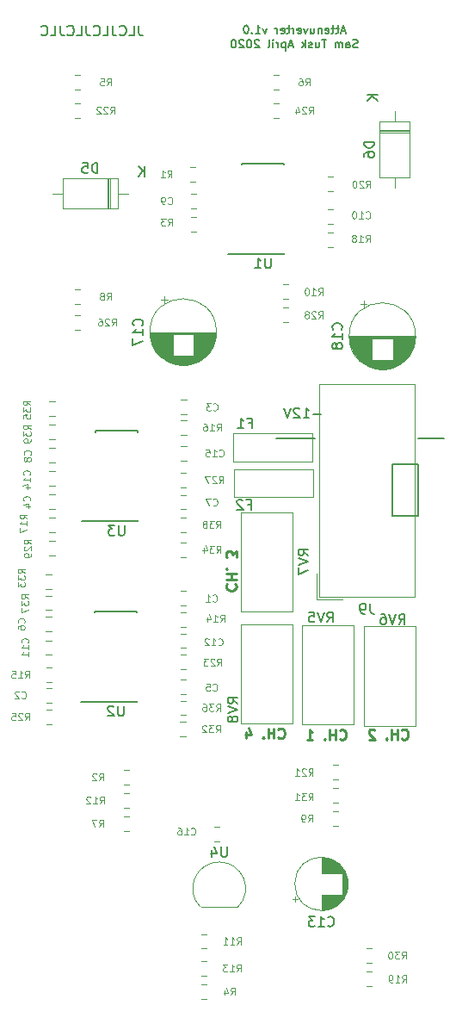
<source format=gbr>
%TF.GenerationSoftware,KiCad,Pcbnew,(5.0.1)-3*%
%TF.CreationDate,2020-04-22T23:17:11+01:00*%
%TF.ProjectId,board,626F6172642E6B696361645F70636200,rev?*%
%TF.SameCoordinates,Original*%
%TF.FileFunction,Legend,Bot*%
%TF.FilePolarity,Positive*%
%FSLAX46Y46*%
G04 Gerber Fmt 4.6, Leading zero omitted, Abs format (unit mm)*
G04 Created by KiCad (PCBNEW (5.0.1)-3) date 22/04/2020 23:17:11*
%MOMM*%
%LPD*%
G01*
G04 APERTURE LIST*
%ADD10C,0.200000*%
%ADD11C,0.220000*%
%ADD12C,0.120000*%
%ADD13C,0.150000*%
G04 APERTURE END LIST*
D10*
X50250476Y-14273333D02*
X49869523Y-14273333D01*
X50326666Y-14501904D02*
X50060000Y-13701904D01*
X49793333Y-14501904D01*
X49640952Y-13968571D02*
X49336190Y-13968571D01*
X49526666Y-13701904D02*
X49526666Y-14387619D01*
X49488571Y-14463809D01*
X49412380Y-14501904D01*
X49336190Y-14501904D01*
X49183809Y-13968571D02*
X48879047Y-13968571D01*
X49069523Y-13701904D02*
X49069523Y-14387619D01*
X49031428Y-14463809D01*
X48955238Y-14501904D01*
X48879047Y-14501904D01*
X48307619Y-14463809D02*
X48383809Y-14501904D01*
X48536190Y-14501904D01*
X48612380Y-14463809D01*
X48650476Y-14387619D01*
X48650476Y-14082857D01*
X48612380Y-14006666D01*
X48536190Y-13968571D01*
X48383809Y-13968571D01*
X48307619Y-14006666D01*
X48269523Y-14082857D01*
X48269523Y-14159047D01*
X48650476Y-14235238D01*
X47926666Y-13968571D02*
X47926666Y-14501904D01*
X47926666Y-14044761D02*
X47888571Y-14006666D01*
X47812380Y-13968571D01*
X47698095Y-13968571D01*
X47621904Y-14006666D01*
X47583809Y-14082857D01*
X47583809Y-14501904D01*
X46860000Y-13968571D02*
X46860000Y-14501904D01*
X47202857Y-13968571D02*
X47202857Y-14387619D01*
X47164761Y-14463809D01*
X47088571Y-14501904D01*
X46974285Y-14501904D01*
X46898095Y-14463809D01*
X46860000Y-14425714D01*
X46555238Y-13968571D02*
X46364761Y-14501904D01*
X46174285Y-13968571D01*
X45564761Y-14463809D02*
X45640952Y-14501904D01*
X45793333Y-14501904D01*
X45869523Y-14463809D01*
X45907619Y-14387619D01*
X45907619Y-14082857D01*
X45869523Y-14006666D01*
X45793333Y-13968571D01*
X45640952Y-13968571D01*
X45564761Y-14006666D01*
X45526666Y-14082857D01*
X45526666Y-14159047D01*
X45907619Y-14235238D01*
X45183809Y-14501904D02*
X45183809Y-13968571D01*
X45183809Y-14120952D02*
X45145714Y-14044761D01*
X45107619Y-14006666D01*
X45031428Y-13968571D01*
X44955238Y-13968571D01*
X44802857Y-13968571D02*
X44498095Y-13968571D01*
X44688571Y-13701904D02*
X44688571Y-14387619D01*
X44650476Y-14463809D01*
X44574285Y-14501904D01*
X44498095Y-14501904D01*
X43926666Y-14463809D02*
X44002857Y-14501904D01*
X44155238Y-14501904D01*
X44231428Y-14463809D01*
X44269523Y-14387619D01*
X44269523Y-14082857D01*
X44231428Y-14006666D01*
X44155238Y-13968571D01*
X44002857Y-13968571D01*
X43926666Y-14006666D01*
X43888571Y-14082857D01*
X43888571Y-14159047D01*
X44269523Y-14235238D01*
X43545714Y-14501904D02*
X43545714Y-13968571D01*
X43545714Y-14120952D02*
X43507619Y-14044761D01*
X43469523Y-14006666D01*
X43393333Y-13968571D01*
X43317142Y-13968571D01*
X42517142Y-13968571D02*
X42326666Y-14501904D01*
X42136190Y-13968571D01*
X41412380Y-14501904D02*
X41869523Y-14501904D01*
X41640952Y-14501904D02*
X41640952Y-13701904D01*
X41717142Y-13816190D01*
X41793333Y-13892380D01*
X41869523Y-13930476D01*
X41069523Y-14425714D02*
X41031428Y-14463809D01*
X41069523Y-14501904D01*
X41107619Y-14463809D01*
X41069523Y-14425714D01*
X41069523Y-14501904D01*
X40536190Y-13701904D02*
X40460000Y-13701904D01*
X40383809Y-13740000D01*
X40345714Y-13778095D01*
X40307619Y-13854285D01*
X40269523Y-14006666D01*
X40269523Y-14197142D01*
X40307619Y-14349523D01*
X40345714Y-14425714D01*
X40383809Y-14463809D01*
X40460000Y-14501904D01*
X40536190Y-14501904D01*
X40612380Y-14463809D01*
X40650476Y-14425714D01*
X40688571Y-14349523D01*
X40726666Y-14197142D01*
X40726666Y-14006666D01*
X40688571Y-13854285D01*
X40650476Y-13778095D01*
X40612380Y-13740000D01*
X40536190Y-13701904D01*
X51488571Y-15863809D02*
X51374285Y-15901904D01*
X51183809Y-15901904D01*
X51107619Y-15863809D01*
X51069523Y-15825714D01*
X51031428Y-15749523D01*
X51031428Y-15673333D01*
X51069523Y-15597142D01*
X51107619Y-15559047D01*
X51183809Y-15520952D01*
X51336190Y-15482857D01*
X51412380Y-15444761D01*
X51450476Y-15406666D01*
X51488571Y-15330476D01*
X51488571Y-15254285D01*
X51450476Y-15178095D01*
X51412380Y-15140000D01*
X51336190Y-15101904D01*
X51145714Y-15101904D01*
X51031428Y-15140000D01*
X50345714Y-15901904D02*
X50345714Y-15482857D01*
X50383809Y-15406666D01*
X50460000Y-15368571D01*
X50612380Y-15368571D01*
X50688571Y-15406666D01*
X50345714Y-15863809D02*
X50421904Y-15901904D01*
X50612380Y-15901904D01*
X50688571Y-15863809D01*
X50726666Y-15787619D01*
X50726666Y-15711428D01*
X50688571Y-15635238D01*
X50612380Y-15597142D01*
X50421904Y-15597142D01*
X50345714Y-15559047D01*
X49964761Y-15901904D02*
X49964761Y-15368571D01*
X49964761Y-15444761D02*
X49926666Y-15406666D01*
X49850476Y-15368571D01*
X49736190Y-15368571D01*
X49660000Y-15406666D01*
X49621904Y-15482857D01*
X49621904Y-15901904D01*
X49621904Y-15482857D02*
X49583809Y-15406666D01*
X49507619Y-15368571D01*
X49393333Y-15368571D01*
X49317142Y-15406666D01*
X49279047Y-15482857D01*
X49279047Y-15901904D01*
X48402857Y-15101904D02*
X47945714Y-15101904D01*
X48174285Y-15901904D02*
X48174285Y-15101904D01*
X47336190Y-15368571D02*
X47336190Y-15901904D01*
X47679047Y-15368571D02*
X47679047Y-15787619D01*
X47640952Y-15863809D01*
X47564761Y-15901904D01*
X47450476Y-15901904D01*
X47374285Y-15863809D01*
X47336190Y-15825714D01*
X46993333Y-15863809D02*
X46917142Y-15901904D01*
X46764761Y-15901904D01*
X46688571Y-15863809D01*
X46650476Y-15787619D01*
X46650476Y-15749523D01*
X46688571Y-15673333D01*
X46764761Y-15635238D01*
X46879047Y-15635238D01*
X46955238Y-15597142D01*
X46993333Y-15520952D01*
X46993333Y-15482857D01*
X46955238Y-15406666D01*
X46879047Y-15368571D01*
X46764761Y-15368571D01*
X46688571Y-15406666D01*
X46307619Y-15901904D02*
X46307619Y-15101904D01*
X46231428Y-15597142D02*
X46002857Y-15901904D01*
X46002857Y-15368571D02*
X46307619Y-15673333D01*
X45088571Y-15673333D02*
X44707619Y-15673333D01*
X45164761Y-15901904D02*
X44898095Y-15101904D01*
X44631428Y-15901904D01*
X44364761Y-15368571D02*
X44364761Y-16168571D01*
X44364761Y-15406666D02*
X44288571Y-15368571D01*
X44136190Y-15368571D01*
X44060000Y-15406666D01*
X44021904Y-15444761D01*
X43983809Y-15520952D01*
X43983809Y-15749523D01*
X44021904Y-15825714D01*
X44060000Y-15863809D01*
X44136190Y-15901904D01*
X44288571Y-15901904D01*
X44364761Y-15863809D01*
X43640952Y-15901904D02*
X43640952Y-15368571D01*
X43640952Y-15520952D02*
X43602857Y-15444761D01*
X43564761Y-15406666D01*
X43488571Y-15368571D01*
X43412380Y-15368571D01*
X43145714Y-15901904D02*
X43145714Y-15368571D01*
X43145714Y-15101904D02*
X43183809Y-15140000D01*
X43145714Y-15178095D01*
X43107619Y-15140000D01*
X43145714Y-15101904D01*
X43145714Y-15178095D01*
X42650476Y-15901904D02*
X42726666Y-15863809D01*
X42764761Y-15787619D01*
X42764761Y-15101904D01*
X41774285Y-15178095D02*
X41736190Y-15140000D01*
X41660000Y-15101904D01*
X41469523Y-15101904D01*
X41393333Y-15140000D01*
X41355238Y-15178095D01*
X41317142Y-15254285D01*
X41317142Y-15330476D01*
X41355238Y-15444761D01*
X41812380Y-15901904D01*
X41317142Y-15901904D01*
X40821904Y-15101904D02*
X40745714Y-15101904D01*
X40669523Y-15140000D01*
X40631428Y-15178095D01*
X40593333Y-15254285D01*
X40555238Y-15406666D01*
X40555238Y-15597142D01*
X40593333Y-15749523D01*
X40631428Y-15825714D01*
X40669523Y-15863809D01*
X40745714Y-15901904D01*
X40821904Y-15901904D01*
X40898095Y-15863809D01*
X40936190Y-15825714D01*
X40974285Y-15749523D01*
X41012380Y-15597142D01*
X41012380Y-15406666D01*
X40974285Y-15254285D01*
X40936190Y-15178095D01*
X40898095Y-15140000D01*
X40821904Y-15101904D01*
X40250476Y-15178095D02*
X40212380Y-15140000D01*
X40136190Y-15101904D01*
X39945714Y-15101904D01*
X39869523Y-15140000D01*
X39831428Y-15178095D01*
X39793333Y-15254285D01*
X39793333Y-15330476D01*
X39831428Y-15444761D01*
X40288571Y-15901904D01*
X39793333Y-15901904D01*
X39298095Y-15101904D02*
X39221904Y-15101904D01*
X39145714Y-15140000D01*
X39107619Y-15178095D01*
X39069523Y-15254285D01*
X39031428Y-15406666D01*
X39031428Y-15597142D01*
X39069523Y-15749523D01*
X39107619Y-15825714D01*
X39145714Y-15863809D01*
X39221904Y-15901904D01*
X39298095Y-15901904D01*
X39374285Y-15863809D01*
X39412380Y-15825714D01*
X39450476Y-15749523D01*
X39488571Y-15597142D01*
X39488571Y-15406666D01*
X39450476Y-15254285D01*
X39412380Y-15178095D01*
X39374285Y-15140000D01*
X39298095Y-15101904D01*
X29919047Y-13722380D02*
X29919047Y-14436666D01*
X29966666Y-14579523D01*
X30061904Y-14674761D01*
X30204761Y-14722380D01*
X30300000Y-14722380D01*
X28966666Y-14722380D02*
X29442857Y-14722380D01*
X29442857Y-13722380D01*
X28061904Y-14627142D02*
X28109523Y-14674761D01*
X28252380Y-14722380D01*
X28347619Y-14722380D01*
X28490476Y-14674761D01*
X28585714Y-14579523D01*
X28633333Y-14484285D01*
X28680952Y-14293809D01*
X28680952Y-14150952D01*
X28633333Y-13960476D01*
X28585714Y-13865238D01*
X28490476Y-13770000D01*
X28347619Y-13722380D01*
X28252380Y-13722380D01*
X28109523Y-13770000D01*
X28061904Y-13817619D01*
X27347619Y-13722380D02*
X27347619Y-14436666D01*
X27395238Y-14579523D01*
X27490476Y-14674761D01*
X27633333Y-14722380D01*
X27728571Y-14722380D01*
X26395238Y-14722380D02*
X26871428Y-14722380D01*
X26871428Y-13722380D01*
X25490476Y-14627142D02*
X25538095Y-14674761D01*
X25680952Y-14722380D01*
X25776190Y-14722380D01*
X25919047Y-14674761D01*
X26014285Y-14579523D01*
X26061904Y-14484285D01*
X26109523Y-14293809D01*
X26109523Y-14150952D01*
X26061904Y-13960476D01*
X26014285Y-13865238D01*
X25919047Y-13770000D01*
X25776190Y-13722380D01*
X25680952Y-13722380D01*
X25538095Y-13770000D01*
X25490476Y-13817619D01*
X24776190Y-13722380D02*
X24776190Y-14436666D01*
X24823809Y-14579523D01*
X24919047Y-14674761D01*
X25061904Y-14722380D01*
X25157142Y-14722380D01*
X23823809Y-14722380D02*
X24300000Y-14722380D01*
X24300000Y-13722380D01*
X22919047Y-14627142D02*
X22966666Y-14674761D01*
X23109523Y-14722380D01*
X23204761Y-14722380D01*
X23347619Y-14674761D01*
X23442857Y-14579523D01*
X23490476Y-14484285D01*
X23538095Y-14293809D01*
X23538095Y-14150952D01*
X23490476Y-13960476D01*
X23442857Y-13865238D01*
X23347619Y-13770000D01*
X23204761Y-13722380D01*
X23109523Y-13722380D01*
X22966666Y-13770000D01*
X22919047Y-13817619D01*
X22204761Y-13722380D02*
X22204761Y-14436666D01*
X22252380Y-14579523D01*
X22347619Y-14674761D01*
X22490476Y-14722380D01*
X22585714Y-14722380D01*
X21252380Y-14722380D02*
X21728571Y-14722380D01*
X21728571Y-13722380D01*
X20347619Y-14627142D02*
X20395238Y-14674761D01*
X20538095Y-14722380D01*
X20633333Y-14722380D01*
X20776190Y-14674761D01*
X20871428Y-14579523D01*
X20919047Y-14484285D01*
X20966666Y-14293809D01*
X20966666Y-14150952D01*
X20919047Y-13960476D01*
X20871428Y-13865238D01*
X20776190Y-13770000D01*
X20633333Y-13722380D01*
X20538095Y-13722380D01*
X20395238Y-13770000D01*
X20347619Y-13817619D01*
D11*
X38617857Y-68634523D02*
X38570238Y-68682142D01*
X38522619Y-68825000D01*
X38522619Y-68920238D01*
X38570238Y-69063095D01*
X38665476Y-69158333D01*
X38760714Y-69205952D01*
X38951190Y-69253571D01*
X39094047Y-69253571D01*
X39284523Y-69205952D01*
X39379761Y-69158333D01*
X39475000Y-69063095D01*
X39522619Y-68920238D01*
X39522619Y-68825000D01*
X39475000Y-68682142D01*
X39427380Y-68634523D01*
X38522619Y-68205952D02*
X39522619Y-68205952D01*
X39046428Y-68205952D02*
X39046428Y-67634523D01*
X38522619Y-67634523D02*
X39522619Y-67634523D01*
X38617857Y-67158333D02*
X38570238Y-67110714D01*
X38522619Y-67158333D01*
X38570238Y-67205952D01*
X38617857Y-67158333D01*
X38522619Y-67158333D01*
X39522619Y-66015476D02*
X39522619Y-65396428D01*
X39141666Y-65729761D01*
X39141666Y-65586904D01*
X39094047Y-65491666D01*
X39046428Y-65444047D01*
X38951190Y-65396428D01*
X38713095Y-65396428D01*
X38617857Y-65444047D01*
X38570238Y-65491666D01*
X38522619Y-65586904D01*
X38522619Y-65872619D01*
X38570238Y-65967857D01*
X38617857Y-66015476D01*
X43659523Y-83707142D02*
X43707142Y-83754761D01*
X43850000Y-83802380D01*
X43945238Y-83802380D01*
X44088095Y-83754761D01*
X44183333Y-83659523D01*
X44230952Y-83564285D01*
X44278571Y-83373809D01*
X44278571Y-83230952D01*
X44230952Y-83040476D01*
X44183333Y-82945238D01*
X44088095Y-82850000D01*
X43945238Y-82802380D01*
X43850000Y-82802380D01*
X43707142Y-82850000D01*
X43659523Y-82897619D01*
X43230952Y-83802380D02*
X43230952Y-82802380D01*
X43230952Y-83278571D02*
X42659523Y-83278571D01*
X42659523Y-83802380D02*
X42659523Y-82802380D01*
X42183333Y-83707142D02*
X42135714Y-83754761D01*
X42183333Y-83802380D01*
X42230952Y-83754761D01*
X42183333Y-83707142D01*
X42183333Y-83802380D01*
X40516666Y-83135714D02*
X40516666Y-83802380D01*
X40754761Y-82754761D02*
X40992857Y-83469047D01*
X40373809Y-83469047D01*
X55809523Y-83807142D02*
X55857142Y-83854761D01*
X56000000Y-83902380D01*
X56095238Y-83902380D01*
X56238095Y-83854761D01*
X56333333Y-83759523D01*
X56380952Y-83664285D01*
X56428571Y-83473809D01*
X56428571Y-83330952D01*
X56380952Y-83140476D01*
X56333333Y-83045238D01*
X56238095Y-82950000D01*
X56095238Y-82902380D01*
X56000000Y-82902380D01*
X55857142Y-82950000D01*
X55809523Y-82997619D01*
X55380952Y-83902380D02*
X55380952Y-82902380D01*
X55380952Y-83378571D02*
X54809523Y-83378571D01*
X54809523Y-83902380D02*
X54809523Y-82902380D01*
X54333333Y-83807142D02*
X54285714Y-83854761D01*
X54333333Y-83902380D01*
X54380952Y-83854761D01*
X54333333Y-83807142D01*
X54333333Y-83902380D01*
X53142857Y-82997619D02*
X53095238Y-82950000D01*
X53000000Y-82902380D01*
X52761904Y-82902380D01*
X52666666Y-82950000D01*
X52619047Y-82997619D01*
X52571428Y-83092857D01*
X52571428Y-83188095D01*
X52619047Y-83330952D01*
X53190476Y-83902380D01*
X52571428Y-83902380D01*
X49709523Y-83832142D02*
X49757142Y-83879761D01*
X49900000Y-83927380D01*
X49995238Y-83927380D01*
X50138095Y-83879761D01*
X50233333Y-83784523D01*
X50280952Y-83689285D01*
X50328571Y-83498809D01*
X50328571Y-83355952D01*
X50280952Y-83165476D01*
X50233333Y-83070238D01*
X50138095Y-82975000D01*
X49995238Y-82927380D01*
X49900000Y-82927380D01*
X49757142Y-82975000D01*
X49709523Y-83022619D01*
X49280952Y-83927380D02*
X49280952Y-82927380D01*
X49280952Y-83403571D02*
X48709523Y-83403571D01*
X48709523Y-83927380D02*
X48709523Y-82927380D01*
X48233333Y-83832142D02*
X48185714Y-83879761D01*
X48233333Y-83927380D01*
X48280952Y-83879761D01*
X48233333Y-83832142D01*
X48233333Y-83927380D01*
X46471428Y-83927380D02*
X47042857Y-83927380D01*
X46757142Y-83927380D02*
X46757142Y-82927380D01*
X46852380Y-83070238D01*
X46947619Y-83165476D01*
X47042857Y-83213095D01*
D12*
X34551252Y-70710000D02*
X34028748Y-70710000D01*
X34551252Y-69290000D02*
X34028748Y-69290000D01*
X20820748Y-78890000D02*
X21343252Y-78890000D01*
X20820748Y-80310000D02*
X21343252Y-80310000D01*
X34615252Y-51912000D02*
X34092748Y-51912000D01*
X34615252Y-50492000D02*
X34092748Y-50492000D01*
X21138748Y-61270000D02*
X21661252Y-61270000D01*
X21138748Y-59850000D02*
X21661252Y-59850000D01*
X34561252Y-79460000D02*
X34038748Y-79460000D01*
X34561252Y-78040000D02*
X34038748Y-78040000D01*
X20795748Y-71865000D02*
X21318252Y-71865000D01*
X20795748Y-73285000D02*
X21318252Y-73285000D01*
X34590252Y-59865000D02*
X34067748Y-59865000D01*
X34590252Y-61285000D02*
X34067748Y-61285000D01*
X21138748Y-56698000D02*
X21661252Y-56698000D01*
X21138748Y-55278000D02*
X21661252Y-55278000D01*
X35044748Y-30278000D02*
X35567252Y-30278000D01*
X35044748Y-31698000D02*
X35567252Y-31698000D01*
X48531748Y-33185000D02*
X49054252Y-33185000D01*
X48531748Y-31765000D02*
X49054252Y-31765000D01*
X20795748Y-74165000D02*
X21318252Y-74165000D01*
X20795748Y-75585000D02*
X21318252Y-75585000D01*
X34037748Y-74910000D02*
X34560252Y-74910000D01*
X34037748Y-73490000D02*
X34560252Y-73490000D01*
X21138748Y-57564000D02*
X21661252Y-57564000D01*
X21138748Y-58984000D02*
X21661252Y-58984000D01*
X34092748Y-56484000D02*
X34615252Y-56484000D01*
X34092748Y-55064000D02*
X34615252Y-55064000D01*
X37330748Y-93928000D02*
X37853252Y-93928000D01*
X37330748Y-92508000D02*
X37853252Y-92508000D01*
X27086000Y-28756000D02*
X27086000Y-31696000D01*
X26846000Y-28756000D02*
X26846000Y-31696000D01*
X26966000Y-28756000D02*
X26966000Y-31696000D01*
X21406000Y-30226000D02*
X22426000Y-30226000D01*
X28886000Y-30226000D02*
X27866000Y-30226000D01*
X22426000Y-28756000D02*
X27866000Y-28756000D01*
X22426000Y-31696000D02*
X22426000Y-28756000D01*
X27866000Y-31696000D02*
X22426000Y-31696000D01*
X27866000Y-28756000D02*
X27866000Y-31696000D01*
X53648000Y-23188000D02*
X56588000Y-23188000D01*
X56588000Y-23188000D02*
X56588000Y-28628000D01*
X56588000Y-28628000D02*
X53648000Y-28628000D01*
X53648000Y-28628000D02*
X53648000Y-23188000D01*
X55118000Y-22168000D02*
X55118000Y-23188000D01*
X55118000Y-29648000D02*
X55118000Y-28628000D01*
X53648000Y-24088000D02*
X56588000Y-24088000D01*
X53648000Y-24208000D02*
X56588000Y-24208000D01*
X53648000Y-23968000D02*
X56588000Y-23968000D01*
X46970000Y-53830000D02*
X39230000Y-53830000D01*
X46970000Y-56570000D02*
X39230000Y-56570000D01*
X46970000Y-53830000D02*
X46970000Y-56570000D01*
X39230000Y-53830000D02*
X39230000Y-56570000D01*
X47070000Y-60070000D02*
X47070000Y-57330000D01*
X39330000Y-60070000D02*
X39330000Y-57330000D01*
X39330000Y-57330000D02*
X47070000Y-57330000D01*
X39330000Y-60070000D02*
X47070000Y-60070000D01*
X57045000Y-69850000D02*
X57045000Y-48990000D01*
X57045000Y-48990000D02*
X47695000Y-48990000D01*
X47695000Y-48990000D02*
X47695000Y-69850000D01*
X47695000Y-69850000D02*
X57045000Y-69850000D01*
X47445000Y-70100000D02*
X47445000Y-67560000D01*
X47445000Y-70100000D02*
X49985000Y-70100000D01*
D13*
X57450000Y-54340000D02*
X59990000Y-54340000D01*
X47290000Y-54340000D02*
X43480000Y-54340000D01*
X57450000Y-61960000D02*
X56180000Y-61960000D01*
X56180000Y-61960000D02*
X54910000Y-61960000D01*
X54910000Y-61960000D02*
X54910000Y-56880000D01*
X54910000Y-56880000D02*
X57450000Y-56880000D01*
X57450000Y-56880000D02*
X57450000Y-61960000D01*
D12*
X35536252Y-29060000D02*
X35013748Y-29060000D01*
X35536252Y-27640000D02*
X35013748Y-27640000D01*
X28440748Y-86920000D02*
X28963252Y-86920000D01*
X28440748Y-88340000D02*
X28963252Y-88340000D01*
X35567252Y-33984000D02*
X35044748Y-33984000D01*
X35567252Y-32564000D02*
X35044748Y-32564000D01*
X36060748Y-108002000D02*
X36583252Y-108002000D01*
X36060748Y-109422000D02*
X36583252Y-109422000D01*
X24137252Y-18594000D02*
X23614748Y-18594000D01*
X24137252Y-20014000D02*
X23614748Y-20014000D01*
X43686252Y-20014000D02*
X43163748Y-20014000D01*
X43686252Y-18594000D02*
X43163748Y-18594000D01*
X28440748Y-91492000D02*
X28963252Y-91492000D01*
X28440748Y-92912000D02*
X28963252Y-92912000D01*
X24146252Y-41096000D02*
X23623748Y-41096000D01*
X24146252Y-39676000D02*
X23623748Y-39676000D01*
X49014748Y-92404000D02*
X49537252Y-92404000D01*
X49014748Y-90984000D02*
X49537252Y-90984000D01*
X44620252Y-40613000D02*
X44097748Y-40613000D01*
X44620252Y-39193000D02*
X44097748Y-39193000D01*
X36611252Y-103040000D02*
X36088748Y-103040000D01*
X36611252Y-104460000D02*
X36088748Y-104460000D01*
X28963252Y-89206000D02*
X28440748Y-89206000D01*
X28963252Y-90626000D02*
X28440748Y-90626000D01*
X36583252Y-105716000D02*
X36060748Y-105716000D01*
X36583252Y-107136000D02*
X36060748Y-107136000D01*
X34561252Y-71390000D02*
X34038748Y-71390000D01*
X34561252Y-72810000D02*
X34038748Y-72810000D01*
X20820748Y-78262000D02*
X21343252Y-78262000D01*
X20820748Y-76842000D02*
X21343252Y-76842000D01*
X34611252Y-53960000D02*
X34088748Y-53960000D01*
X34611252Y-52540000D02*
X34088748Y-52540000D01*
X21138748Y-63556000D02*
X21661252Y-63556000D01*
X21138748Y-62136000D02*
X21661252Y-62136000D01*
X48531748Y-35471000D02*
X49054252Y-35471000D01*
X48531748Y-34051000D02*
X49054252Y-34051000D01*
X52316748Y-108152000D02*
X52839252Y-108152000D01*
X52316748Y-106732000D02*
X52839252Y-106732000D01*
X48538748Y-29985000D02*
X49061252Y-29985000D01*
X48538748Y-28565000D02*
X49061252Y-28565000D01*
X49528252Y-86412000D02*
X49005748Y-86412000D01*
X49528252Y-87832000D02*
X49005748Y-87832000D01*
X24146252Y-21388000D02*
X23623748Y-21388000D01*
X24146252Y-22808000D02*
X23623748Y-22808000D01*
X34028748Y-75572000D02*
X34551252Y-75572000D01*
X34028748Y-76992000D02*
X34551252Y-76992000D01*
X43695252Y-21388000D02*
X43172748Y-21388000D01*
X43695252Y-22808000D02*
X43172748Y-22808000D01*
X20820748Y-82410000D02*
X21343252Y-82410000D01*
X20820748Y-80990000D02*
X21343252Y-80990000D01*
X24137252Y-43636000D02*
X23614748Y-43636000D01*
X24137252Y-42216000D02*
X23614748Y-42216000D01*
X34067748Y-59095000D02*
X34590252Y-59095000D01*
X34067748Y-57675000D02*
X34590252Y-57675000D01*
X44620252Y-41479000D02*
X44097748Y-41479000D01*
X44620252Y-42899000D02*
X44097748Y-42899000D01*
X21138748Y-64422000D02*
X21661252Y-64422000D01*
X21138748Y-65842000D02*
X21661252Y-65842000D01*
X52839252Y-105866000D02*
X52316748Y-105866000D01*
X52839252Y-104446000D02*
X52316748Y-104446000D01*
X49537252Y-90118000D02*
X49014748Y-90118000D01*
X49537252Y-88698000D02*
X49014748Y-88698000D01*
X34526252Y-82190000D02*
X34003748Y-82190000D01*
X34526252Y-83610000D02*
X34003748Y-83610000D01*
X20795748Y-67665000D02*
X21318252Y-67665000D01*
X20795748Y-69085000D02*
X21318252Y-69085000D01*
X34590252Y-64533000D02*
X34067748Y-64533000D01*
X34590252Y-65953000D02*
X34067748Y-65953000D01*
X21138748Y-52126000D02*
X21661252Y-52126000D01*
X21138748Y-50706000D02*
X21661252Y-50706000D01*
X34561252Y-81510000D02*
X34038748Y-81510000D01*
X34561252Y-80090000D02*
X34038748Y-80090000D01*
X20795748Y-69765000D02*
X21318252Y-69765000D01*
X20795748Y-71185000D02*
X21318252Y-71185000D01*
X34586252Y-63510000D02*
X34063748Y-63510000D01*
X34586252Y-62090000D02*
X34063748Y-62090000D01*
X21138748Y-52992000D02*
X21661252Y-52992000D01*
X21138748Y-54412000D02*
X21661252Y-54412000D01*
D13*
X40089000Y-36175000D02*
X38714000Y-36175000D01*
X40089000Y-27300000D02*
X44239000Y-27300000D01*
X40089000Y-36200000D02*
X44239000Y-36200000D01*
X40089000Y-27300000D02*
X40089000Y-27415000D01*
X44239000Y-27300000D02*
X44239000Y-27415000D01*
X44239000Y-36200000D02*
X44239000Y-36085000D01*
X40089000Y-36200000D02*
X40089000Y-36175000D01*
X25611000Y-80224000D02*
X25611000Y-80199000D01*
X29761000Y-80224000D02*
X29761000Y-80109000D01*
X29761000Y-71324000D02*
X29761000Y-71439000D01*
X25611000Y-71324000D02*
X25611000Y-71439000D01*
X25611000Y-80224000D02*
X29761000Y-80224000D01*
X25611000Y-71324000D02*
X29761000Y-71324000D01*
X25611000Y-80199000D02*
X24236000Y-80199000D01*
X25675000Y-62470000D02*
X25675000Y-62445000D01*
X29825000Y-62470000D02*
X29825000Y-62355000D01*
X29825000Y-53570000D02*
X29825000Y-53685000D01*
X25675000Y-53570000D02*
X25675000Y-53685000D01*
X25675000Y-62470000D02*
X29825000Y-62470000D01*
X25675000Y-53570000D02*
X29825000Y-53570000D01*
X25675000Y-62445000D02*
X24300000Y-62445000D01*
D12*
X39646000Y-100402000D02*
X36046000Y-100402000D01*
X39684478Y-100390478D02*
G75*
G03X37846000Y-95952000I-1838478J1838478D01*
G01*
X36007522Y-100390478D02*
G75*
G02X37846000Y-95952000I1838478J1838478D01*
G01*
X45970000Y-72675000D02*
X45970000Y-82445000D01*
X51040000Y-72675000D02*
X51040000Y-82445000D01*
X45970000Y-72675000D02*
X51040000Y-72675000D01*
X45970000Y-82445000D02*
X51040000Y-82445000D01*
X52095000Y-72775000D02*
X52095000Y-82545000D01*
X57165000Y-72775000D02*
X57165000Y-82545000D01*
X52095000Y-72775000D02*
X57165000Y-72775000D01*
X52095000Y-82545000D02*
X57165000Y-82545000D01*
X39970000Y-71345000D02*
X45040000Y-71345000D01*
X39970000Y-61575000D02*
X45040000Y-61575000D01*
X45040000Y-61575000D02*
X45040000Y-71345000D01*
X39970000Y-61575000D02*
X39970000Y-71345000D01*
X39970000Y-82345000D02*
X45040000Y-82345000D01*
X39970000Y-72575000D02*
X45040000Y-72575000D01*
X45040000Y-72575000D02*
X45040000Y-82345000D01*
X39970000Y-72575000D02*
X39970000Y-82345000D01*
X50520000Y-98100000D02*
G75*
G03X50520000Y-98100000I-2620000J0D01*
G01*
X47900000Y-97060000D02*
X47900000Y-95520000D01*
X47900000Y-100680000D02*
X47900000Y-99140000D01*
X47940000Y-97060000D02*
X47940000Y-95520000D01*
X47940000Y-100680000D02*
X47940000Y-99140000D01*
X47980000Y-100679000D02*
X47980000Y-99140000D01*
X47980000Y-97060000D02*
X47980000Y-95521000D01*
X48020000Y-100678000D02*
X48020000Y-99140000D01*
X48020000Y-97060000D02*
X48020000Y-95522000D01*
X48060000Y-100676000D02*
X48060000Y-99140000D01*
X48060000Y-97060000D02*
X48060000Y-95524000D01*
X48100000Y-100673000D02*
X48100000Y-99140000D01*
X48100000Y-97060000D02*
X48100000Y-95527000D01*
X48140000Y-100669000D02*
X48140000Y-99140000D01*
X48140000Y-97060000D02*
X48140000Y-95531000D01*
X48180000Y-100665000D02*
X48180000Y-99140000D01*
X48180000Y-97060000D02*
X48180000Y-95535000D01*
X48220000Y-100661000D02*
X48220000Y-99140000D01*
X48220000Y-97060000D02*
X48220000Y-95539000D01*
X48260000Y-100656000D02*
X48260000Y-99140000D01*
X48260000Y-97060000D02*
X48260000Y-95544000D01*
X48300000Y-100650000D02*
X48300000Y-99140000D01*
X48300000Y-97060000D02*
X48300000Y-95550000D01*
X48340000Y-100643000D02*
X48340000Y-99140000D01*
X48340000Y-97060000D02*
X48340000Y-95557000D01*
X48380000Y-100636000D02*
X48380000Y-99140000D01*
X48380000Y-97060000D02*
X48380000Y-95564000D01*
X48420000Y-100628000D02*
X48420000Y-99140000D01*
X48420000Y-97060000D02*
X48420000Y-95572000D01*
X48460000Y-100620000D02*
X48460000Y-99140000D01*
X48460000Y-97060000D02*
X48460000Y-95580000D01*
X48500000Y-100611000D02*
X48500000Y-99140000D01*
X48500000Y-97060000D02*
X48500000Y-95589000D01*
X48540000Y-100601000D02*
X48540000Y-99140000D01*
X48540000Y-97060000D02*
X48540000Y-95599000D01*
X48580000Y-100591000D02*
X48580000Y-99140000D01*
X48580000Y-97060000D02*
X48580000Y-95609000D01*
X48621000Y-100580000D02*
X48621000Y-99140000D01*
X48621000Y-97060000D02*
X48621000Y-95620000D01*
X48661000Y-100568000D02*
X48661000Y-99140000D01*
X48661000Y-97060000D02*
X48661000Y-95632000D01*
X48701000Y-100555000D02*
X48701000Y-99140000D01*
X48701000Y-97060000D02*
X48701000Y-95645000D01*
X48741000Y-100542000D02*
X48741000Y-99140000D01*
X48741000Y-97060000D02*
X48741000Y-95658000D01*
X48781000Y-100528000D02*
X48781000Y-99140000D01*
X48781000Y-97060000D02*
X48781000Y-95672000D01*
X48821000Y-100514000D02*
X48821000Y-99140000D01*
X48821000Y-97060000D02*
X48821000Y-95686000D01*
X48861000Y-100498000D02*
X48861000Y-99140000D01*
X48861000Y-97060000D02*
X48861000Y-95702000D01*
X48901000Y-100482000D02*
X48901000Y-99140000D01*
X48901000Y-97060000D02*
X48901000Y-95718000D01*
X48941000Y-100465000D02*
X48941000Y-99140000D01*
X48941000Y-97060000D02*
X48941000Y-95735000D01*
X48981000Y-100448000D02*
X48981000Y-99140000D01*
X48981000Y-97060000D02*
X48981000Y-95752000D01*
X49021000Y-100429000D02*
X49021000Y-99140000D01*
X49021000Y-97060000D02*
X49021000Y-95771000D01*
X49061000Y-100410000D02*
X49061000Y-99140000D01*
X49061000Y-97060000D02*
X49061000Y-95790000D01*
X49101000Y-100390000D02*
X49101000Y-99140000D01*
X49101000Y-97060000D02*
X49101000Y-95810000D01*
X49141000Y-100368000D02*
X49141000Y-99140000D01*
X49141000Y-97060000D02*
X49141000Y-95832000D01*
X49181000Y-100347000D02*
X49181000Y-99140000D01*
X49181000Y-97060000D02*
X49181000Y-95853000D01*
X49221000Y-100324000D02*
X49221000Y-99140000D01*
X49221000Y-97060000D02*
X49221000Y-95876000D01*
X49261000Y-100300000D02*
X49261000Y-99140000D01*
X49261000Y-97060000D02*
X49261000Y-95900000D01*
X49301000Y-100275000D02*
X49301000Y-99140000D01*
X49301000Y-97060000D02*
X49301000Y-95925000D01*
X49341000Y-100249000D02*
X49341000Y-99140000D01*
X49341000Y-97060000D02*
X49341000Y-95951000D01*
X49381000Y-100222000D02*
X49381000Y-99140000D01*
X49381000Y-97060000D02*
X49381000Y-95978000D01*
X49421000Y-100195000D02*
X49421000Y-99140000D01*
X49421000Y-97060000D02*
X49421000Y-96005000D01*
X49461000Y-100165000D02*
X49461000Y-99140000D01*
X49461000Y-97060000D02*
X49461000Y-96035000D01*
X49501000Y-100135000D02*
X49501000Y-99140000D01*
X49501000Y-97060000D02*
X49501000Y-96065000D01*
X49541000Y-100104000D02*
X49541000Y-99140000D01*
X49541000Y-97060000D02*
X49541000Y-96096000D01*
X49581000Y-100071000D02*
X49581000Y-99140000D01*
X49581000Y-97060000D02*
X49581000Y-96129000D01*
X49621000Y-100037000D02*
X49621000Y-99140000D01*
X49621000Y-97060000D02*
X49621000Y-96163000D01*
X49661000Y-100001000D02*
X49661000Y-99140000D01*
X49661000Y-97060000D02*
X49661000Y-96199000D01*
X49701000Y-99964000D02*
X49701000Y-99140000D01*
X49701000Y-97060000D02*
X49701000Y-96236000D01*
X49741000Y-99926000D02*
X49741000Y-99140000D01*
X49741000Y-97060000D02*
X49741000Y-96274000D01*
X49781000Y-99885000D02*
X49781000Y-99140000D01*
X49781000Y-97060000D02*
X49781000Y-96315000D01*
X49821000Y-99843000D02*
X49821000Y-99140000D01*
X49821000Y-97060000D02*
X49821000Y-96357000D01*
X49861000Y-99799000D02*
X49861000Y-99140000D01*
X49861000Y-97060000D02*
X49861000Y-96401000D01*
X49901000Y-99753000D02*
X49901000Y-99140000D01*
X49901000Y-97060000D02*
X49901000Y-96447000D01*
X49941000Y-99705000D02*
X49941000Y-96495000D01*
X49981000Y-99654000D02*
X49981000Y-96546000D01*
X50021000Y-99600000D02*
X50021000Y-96600000D01*
X50061000Y-99543000D02*
X50061000Y-96657000D01*
X50101000Y-99483000D02*
X50101000Y-96717000D01*
X50141000Y-99419000D02*
X50141000Y-96781000D01*
X50181000Y-99351000D02*
X50181000Y-96849000D01*
X50221000Y-99278000D02*
X50221000Y-96922000D01*
X50261000Y-99198000D02*
X50261000Y-97002000D01*
X50301000Y-99111000D02*
X50301000Y-97089000D01*
X50341000Y-99015000D02*
X50341000Y-97185000D01*
X50381000Y-98905000D02*
X50381000Y-97295000D01*
X50421000Y-98777000D02*
X50421000Y-97423000D01*
X50461000Y-98618000D02*
X50461000Y-97582000D01*
X50501000Y-98384000D02*
X50501000Y-97816000D01*
X45095225Y-99575000D02*
X45595225Y-99575000D01*
X45345225Y-99825000D02*
X45345225Y-99325000D01*
X37570000Y-43850000D02*
G75*
G03X37570000Y-43850000I-3270000J0D01*
G01*
X31070000Y-43850000D02*
X37530000Y-43850000D01*
X31070000Y-43890000D02*
X37530000Y-43890000D01*
X31070000Y-43930000D02*
X37530000Y-43930000D01*
X31072000Y-43970000D02*
X37528000Y-43970000D01*
X31073000Y-44010000D02*
X37527000Y-44010000D01*
X31076000Y-44050000D02*
X37524000Y-44050000D01*
X31078000Y-44090000D02*
X33260000Y-44090000D01*
X35340000Y-44090000D02*
X37522000Y-44090000D01*
X31082000Y-44130000D02*
X33260000Y-44130000D01*
X35340000Y-44130000D02*
X37518000Y-44130000D01*
X31085000Y-44170000D02*
X33260000Y-44170000D01*
X35340000Y-44170000D02*
X37515000Y-44170000D01*
X31089000Y-44210000D02*
X33260000Y-44210000D01*
X35340000Y-44210000D02*
X37511000Y-44210000D01*
X31094000Y-44250000D02*
X33260000Y-44250000D01*
X35340000Y-44250000D02*
X37506000Y-44250000D01*
X31099000Y-44290000D02*
X33260000Y-44290000D01*
X35340000Y-44290000D02*
X37501000Y-44290000D01*
X31105000Y-44330000D02*
X33260000Y-44330000D01*
X35340000Y-44330000D02*
X37495000Y-44330000D01*
X31111000Y-44370000D02*
X33260000Y-44370000D01*
X35340000Y-44370000D02*
X37489000Y-44370000D01*
X31118000Y-44410000D02*
X33260000Y-44410000D01*
X35340000Y-44410000D02*
X37482000Y-44410000D01*
X31125000Y-44450000D02*
X33260000Y-44450000D01*
X35340000Y-44450000D02*
X37475000Y-44450000D01*
X31133000Y-44490000D02*
X33260000Y-44490000D01*
X35340000Y-44490000D02*
X37467000Y-44490000D01*
X31141000Y-44530000D02*
X33260000Y-44530000D01*
X35340000Y-44530000D02*
X37459000Y-44530000D01*
X31150000Y-44571000D02*
X33260000Y-44571000D01*
X35340000Y-44571000D02*
X37450000Y-44571000D01*
X31159000Y-44611000D02*
X33260000Y-44611000D01*
X35340000Y-44611000D02*
X37441000Y-44611000D01*
X31169000Y-44651000D02*
X33260000Y-44651000D01*
X35340000Y-44651000D02*
X37431000Y-44651000D01*
X31179000Y-44691000D02*
X33260000Y-44691000D01*
X35340000Y-44691000D02*
X37421000Y-44691000D01*
X31190000Y-44731000D02*
X33260000Y-44731000D01*
X35340000Y-44731000D02*
X37410000Y-44731000D01*
X31202000Y-44771000D02*
X33260000Y-44771000D01*
X35340000Y-44771000D02*
X37398000Y-44771000D01*
X31214000Y-44811000D02*
X33260000Y-44811000D01*
X35340000Y-44811000D02*
X37386000Y-44811000D01*
X31226000Y-44851000D02*
X33260000Y-44851000D01*
X35340000Y-44851000D02*
X37374000Y-44851000D01*
X31239000Y-44891000D02*
X33260000Y-44891000D01*
X35340000Y-44891000D02*
X37361000Y-44891000D01*
X31253000Y-44931000D02*
X33260000Y-44931000D01*
X35340000Y-44931000D02*
X37347000Y-44931000D01*
X31267000Y-44971000D02*
X33260000Y-44971000D01*
X35340000Y-44971000D02*
X37333000Y-44971000D01*
X31282000Y-45011000D02*
X33260000Y-45011000D01*
X35340000Y-45011000D02*
X37318000Y-45011000D01*
X31298000Y-45051000D02*
X33260000Y-45051000D01*
X35340000Y-45051000D02*
X37302000Y-45051000D01*
X31314000Y-45091000D02*
X33260000Y-45091000D01*
X35340000Y-45091000D02*
X37286000Y-45091000D01*
X31330000Y-45131000D02*
X33260000Y-45131000D01*
X35340000Y-45131000D02*
X37270000Y-45131000D01*
X31348000Y-45171000D02*
X33260000Y-45171000D01*
X35340000Y-45171000D02*
X37252000Y-45171000D01*
X31366000Y-45211000D02*
X33260000Y-45211000D01*
X35340000Y-45211000D02*
X37234000Y-45211000D01*
X31384000Y-45251000D02*
X33260000Y-45251000D01*
X35340000Y-45251000D02*
X37216000Y-45251000D01*
X31404000Y-45291000D02*
X33260000Y-45291000D01*
X35340000Y-45291000D02*
X37196000Y-45291000D01*
X31424000Y-45331000D02*
X33260000Y-45331000D01*
X35340000Y-45331000D02*
X37176000Y-45331000D01*
X31444000Y-45371000D02*
X33260000Y-45371000D01*
X35340000Y-45371000D02*
X37156000Y-45371000D01*
X31466000Y-45411000D02*
X33260000Y-45411000D01*
X35340000Y-45411000D02*
X37134000Y-45411000D01*
X31488000Y-45451000D02*
X33260000Y-45451000D01*
X35340000Y-45451000D02*
X37112000Y-45451000D01*
X31510000Y-45491000D02*
X33260000Y-45491000D01*
X35340000Y-45491000D02*
X37090000Y-45491000D01*
X31534000Y-45531000D02*
X33260000Y-45531000D01*
X35340000Y-45531000D02*
X37066000Y-45531000D01*
X31558000Y-45571000D02*
X33260000Y-45571000D01*
X35340000Y-45571000D02*
X37042000Y-45571000D01*
X31584000Y-45611000D02*
X33260000Y-45611000D01*
X35340000Y-45611000D02*
X37016000Y-45611000D01*
X31610000Y-45651000D02*
X33260000Y-45651000D01*
X35340000Y-45651000D02*
X36990000Y-45651000D01*
X31636000Y-45691000D02*
X33260000Y-45691000D01*
X35340000Y-45691000D02*
X36964000Y-45691000D01*
X31664000Y-45731000D02*
X33260000Y-45731000D01*
X35340000Y-45731000D02*
X36936000Y-45731000D01*
X31693000Y-45771000D02*
X33260000Y-45771000D01*
X35340000Y-45771000D02*
X36907000Y-45771000D01*
X31722000Y-45811000D02*
X33260000Y-45811000D01*
X35340000Y-45811000D02*
X36878000Y-45811000D01*
X31752000Y-45851000D02*
X33260000Y-45851000D01*
X35340000Y-45851000D02*
X36848000Y-45851000D01*
X31784000Y-45891000D02*
X33260000Y-45891000D01*
X35340000Y-45891000D02*
X36816000Y-45891000D01*
X31816000Y-45931000D02*
X33260000Y-45931000D01*
X35340000Y-45931000D02*
X36784000Y-45931000D01*
X31850000Y-45971000D02*
X33260000Y-45971000D01*
X35340000Y-45971000D02*
X36750000Y-45971000D01*
X31884000Y-46011000D02*
X33260000Y-46011000D01*
X35340000Y-46011000D02*
X36716000Y-46011000D01*
X31920000Y-46051000D02*
X33260000Y-46051000D01*
X35340000Y-46051000D02*
X36680000Y-46051000D01*
X31957000Y-46091000D02*
X33260000Y-46091000D01*
X35340000Y-46091000D02*
X36643000Y-46091000D01*
X31995000Y-46131000D02*
X33260000Y-46131000D01*
X35340000Y-46131000D02*
X36605000Y-46131000D01*
X32035000Y-46171000D02*
X36565000Y-46171000D01*
X32076000Y-46211000D02*
X36524000Y-46211000D01*
X32118000Y-46251000D02*
X36482000Y-46251000D01*
X32163000Y-46291000D02*
X36437000Y-46291000D01*
X32208000Y-46331000D02*
X36392000Y-46331000D01*
X32256000Y-46371000D02*
X36344000Y-46371000D01*
X32305000Y-46411000D02*
X36295000Y-46411000D01*
X32356000Y-46451000D02*
X36244000Y-46451000D01*
X32410000Y-46491000D02*
X36190000Y-46491000D01*
X32466000Y-46531000D02*
X36134000Y-46531000D01*
X32524000Y-46571000D02*
X36076000Y-46571000D01*
X32586000Y-46611000D02*
X36014000Y-46611000D01*
X32650000Y-46651000D02*
X35950000Y-46651000D01*
X32719000Y-46691000D02*
X35881000Y-46691000D01*
X32791000Y-46731000D02*
X35809000Y-46731000D01*
X32868000Y-46771000D02*
X35732000Y-46771000D01*
X32950000Y-46811000D02*
X35650000Y-46811000D01*
X33038000Y-46851000D02*
X35562000Y-46851000D01*
X33135000Y-46891000D02*
X35465000Y-46891000D01*
X33241000Y-46931000D02*
X35359000Y-46931000D01*
X33360000Y-46971000D02*
X35240000Y-46971000D01*
X33498000Y-47011000D02*
X35102000Y-47011000D01*
X33667000Y-47051000D02*
X34933000Y-47051000D01*
X33898000Y-47091000D02*
X34702000Y-47091000D01*
X32461000Y-40349759D02*
X32461000Y-40979759D01*
X32146000Y-40664759D02*
X32776000Y-40664759D01*
X51746000Y-41064759D02*
X52376000Y-41064759D01*
X52061000Y-40749759D02*
X52061000Y-41379759D01*
X53498000Y-47491000D02*
X54302000Y-47491000D01*
X53267000Y-47451000D02*
X54533000Y-47451000D01*
X53098000Y-47411000D02*
X54702000Y-47411000D01*
X52960000Y-47371000D02*
X54840000Y-47371000D01*
X52841000Y-47331000D02*
X54959000Y-47331000D01*
X52735000Y-47291000D02*
X55065000Y-47291000D01*
X52638000Y-47251000D02*
X55162000Y-47251000D01*
X52550000Y-47211000D02*
X55250000Y-47211000D01*
X52468000Y-47171000D02*
X55332000Y-47171000D01*
X52391000Y-47131000D02*
X55409000Y-47131000D01*
X52319000Y-47091000D02*
X55481000Y-47091000D01*
X52250000Y-47051000D02*
X55550000Y-47051000D01*
X52186000Y-47011000D02*
X55614000Y-47011000D01*
X52124000Y-46971000D02*
X55676000Y-46971000D01*
X52066000Y-46931000D02*
X55734000Y-46931000D01*
X52010000Y-46891000D02*
X55790000Y-46891000D01*
X51956000Y-46851000D02*
X55844000Y-46851000D01*
X51905000Y-46811000D02*
X55895000Y-46811000D01*
X51856000Y-46771000D02*
X55944000Y-46771000D01*
X51808000Y-46731000D02*
X55992000Y-46731000D01*
X51763000Y-46691000D02*
X56037000Y-46691000D01*
X51718000Y-46651000D02*
X56082000Y-46651000D01*
X51676000Y-46611000D02*
X56124000Y-46611000D01*
X51635000Y-46571000D02*
X56165000Y-46571000D01*
X54940000Y-46531000D02*
X56205000Y-46531000D01*
X51595000Y-46531000D02*
X52860000Y-46531000D01*
X54940000Y-46491000D02*
X56243000Y-46491000D01*
X51557000Y-46491000D02*
X52860000Y-46491000D01*
X54940000Y-46451000D02*
X56280000Y-46451000D01*
X51520000Y-46451000D02*
X52860000Y-46451000D01*
X54940000Y-46411000D02*
X56316000Y-46411000D01*
X51484000Y-46411000D02*
X52860000Y-46411000D01*
X54940000Y-46371000D02*
X56350000Y-46371000D01*
X51450000Y-46371000D02*
X52860000Y-46371000D01*
X54940000Y-46331000D02*
X56384000Y-46331000D01*
X51416000Y-46331000D02*
X52860000Y-46331000D01*
X54940000Y-46291000D02*
X56416000Y-46291000D01*
X51384000Y-46291000D02*
X52860000Y-46291000D01*
X54940000Y-46251000D02*
X56448000Y-46251000D01*
X51352000Y-46251000D02*
X52860000Y-46251000D01*
X54940000Y-46211000D02*
X56478000Y-46211000D01*
X51322000Y-46211000D02*
X52860000Y-46211000D01*
X54940000Y-46171000D02*
X56507000Y-46171000D01*
X51293000Y-46171000D02*
X52860000Y-46171000D01*
X54940000Y-46131000D02*
X56536000Y-46131000D01*
X51264000Y-46131000D02*
X52860000Y-46131000D01*
X54940000Y-46091000D02*
X56564000Y-46091000D01*
X51236000Y-46091000D02*
X52860000Y-46091000D01*
X54940000Y-46051000D02*
X56590000Y-46051000D01*
X51210000Y-46051000D02*
X52860000Y-46051000D01*
X54940000Y-46011000D02*
X56616000Y-46011000D01*
X51184000Y-46011000D02*
X52860000Y-46011000D01*
X54940000Y-45971000D02*
X56642000Y-45971000D01*
X51158000Y-45971000D02*
X52860000Y-45971000D01*
X54940000Y-45931000D02*
X56666000Y-45931000D01*
X51134000Y-45931000D02*
X52860000Y-45931000D01*
X54940000Y-45891000D02*
X56690000Y-45891000D01*
X51110000Y-45891000D02*
X52860000Y-45891000D01*
X54940000Y-45851000D02*
X56712000Y-45851000D01*
X51088000Y-45851000D02*
X52860000Y-45851000D01*
X54940000Y-45811000D02*
X56734000Y-45811000D01*
X51066000Y-45811000D02*
X52860000Y-45811000D01*
X54940000Y-45771000D02*
X56756000Y-45771000D01*
X51044000Y-45771000D02*
X52860000Y-45771000D01*
X54940000Y-45731000D02*
X56776000Y-45731000D01*
X51024000Y-45731000D02*
X52860000Y-45731000D01*
X54940000Y-45691000D02*
X56796000Y-45691000D01*
X51004000Y-45691000D02*
X52860000Y-45691000D01*
X54940000Y-45651000D02*
X56816000Y-45651000D01*
X50984000Y-45651000D02*
X52860000Y-45651000D01*
X54940000Y-45611000D02*
X56834000Y-45611000D01*
X50966000Y-45611000D02*
X52860000Y-45611000D01*
X54940000Y-45571000D02*
X56852000Y-45571000D01*
X50948000Y-45571000D02*
X52860000Y-45571000D01*
X54940000Y-45531000D02*
X56870000Y-45531000D01*
X50930000Y-45531000D02*
X52860000Y-45531000D01*
X54940000Y-45491000D02*
X56886000Y-45491000D01*
X50914000Y-45491000D02*
X52860000Y-45491000D01*
X54940000Y-45451000D02*
X56902000Y-45451000D01*
X50898000Y-45451000D02*
X52860000Y-45451000D01*
X54940000Y-45411000D02*
X56918000Y-45411000D01*
X50882000Y-45411000D02*
X52860000Y-45411000D01*
X54940000Y-45371000D02*
X56933000Y-45371000D01*
X50867000Y-45371000D02*
X52860000Y-45371000D01*
X54940000Y-45331000D02*
X56947000Y-45331000D01*
X50853000Y-45331000D02*
X52860000Y-45331000D01*
X54940000Y-45291000D02*
X56961000Y-45291000D01*
X50839000Y-45291000D02*
X52860000Y-45291000D01*
X54940000Y-45251000D02*
X56974000Y-45251000D01*
X50826000Y-45251000D02*
X52860000Y-45251000D01*
X54940000Y-45211000D02*
X56986000Y-45211000D01*
X50814000Y-45211000D02*
X52860000Y-45211000D01*
X54940000Y-45171000D02*
X56998000Y-45171000D01*
X50802000Y-45171000D02*
X52860000Y-45171000D01*
X54940000Y-45131000D02*
X57010000Y-45131000D01*
X50790000Y-45131000D02*
X52860000Y-45131000D01*
X54940000Y-45091000D02*
X57021000Y-45091000D01*
X50779000Y-45091000D02*
X52860000Y-45091000D01*
X54940000Y-45051000D02*
X57031000Y-45051000D01*
X50769000Y-45051000D02*
X52860000Y-45051000D01*
X54940000Y-45011000D02*
X57041000Y-45011000D01*
X50759000Y-45011000D02*
X52860000Y-45011000D01*
X54940000Y-44971000D02*
X57050000Y-44971000D01*
X50750000Y-44971000D02*
X52860000Y-44971000D01*
X54940000Y-44930000D02*
X57059000Y-44930000D01*
X50741000Y-44930000D02*
X52860000Y-44930000D01*
X54940000Y-44890000D02*
X57067000Y-44890000D01*
X50733000Y-44890000D02*
X52860000Y-44890000D01*
X54940000Y-44850000D02*
X57075000Y-44850000D01*
X50725000Y-44850000D02*
X52860000Y-44850000D01*
X54940000Y-44810000D02*
X57082000Y-44810000D01*
X50718000Y-44810000D02*
X52860000Y-44810000D01*
X54940000Y-44770000D02*
X57089000Y-44770000D01*
X50711000Y-44770000D02*
X52860000Y-44770000D01*
X54940000Y-44730000D02*
X57095000Y-44730000D01*
X50705000Y-44730000D02*
X52860000Y-44730000D01*
X54940000Y-44690000D02*
X57101000Y-44690000D01*
X50699000Y-44690000D02*
X52860000Y-44690000D01*
X54940000Y-44650000D02*
X57106000Y-44650000D01*
X50694000Y-44650000D02*
X52860000Y-44650000D01*
X54940000Y-44610000D02*
X57111000Y-44610000D01*
X50689000Y-44610000D02*
X52860000Y-44610000D01*
X54940000Y-44570000D02*
X57115000Y-44570000D01*
X50685000Y-44570000D02*
X52860000Y-44570000D01*
X54940000Y-44530000D02*
X57118000Y-44530000D01*
X50682000Y-44530000D02*
X52860000Y-44530000D01*
X54940000Y-44490000D02*
X57122000Y-44490000D01*
X50678000Y-44490000D02*
X52860000Y-44490000D01*
X50676000Y-44450000D02*
X57124000Y-44450000D01*
X50673000Y-44410000D02*
X57127000Y-44410000D01*
X50672000Y-44370000D02*
X57128000Y-44370000D01*
X50670000Y-44330000D02*
X57130000Y-44330000D01*
X50670000Y-44290000D02*
X57130000Y-44290000D01*
X50670000Y-44250000D02*
X57130000Y-44250000D01*
X57170000Y-44250000D02*
G75*
G03X57170000Y-44250000I-3270000J0D01*
G01*
X37200666Y-70300000D02*
X37234000Y-70333333D01*
X37334000Y-70366666D01*
X37400666Y-70366666D01*
X37500666Y-70333333D01*
X37567333Y-70266666D01*
X37600666Y-70200000D01*
X37634000Y-70066666D01*
X37634000Y-69966666D01*
X37600666Y-69833333D01*
X37567333Y-69766666D01*
X37500666Y-69700000D01*
X37400666Y-69666666D01*
X37334000Y-69666666D01*
X37234000Y-69700000D01*
X37200666Y-69733333D01*
X36534000Y-70366666D02*
X36934000Y-70366666D01*
X36734000Y-70366666D02*
X36734000Y-69666666D01*
X36800666Y-69766666D01*
X36867333Y-69833333D01*
X36934000Y-69866666D01*
X18404666Y-79800000D02*
X18438000Y-79833333D01*
X18538000Y-79866666D01*
X18604666Y-79866666D01*
X18704666Y-79833333D01*
X18771333Y-79766666D01*
X18804666Y-79700000D01*
X18838000Y-79566666D01*
X18838000Y-79466666D01*
X18804666Y-79333333D01*
X18771333Y-79266666D01*
X18704666Y-79200000D01*
X18604666Y-79166666D01*
X18538000Y-79166666D01*
X18438000Y-79200000D01*
X18404666Y-79233333D01*
X18138000Y-79233333D02*
X18104666Y-79200000D01*
X18038000Y-79166666D01*
X17871333Y-79166666D01*
X17804666Y-79200000D01*
X17771333Y-79233333D01*
X17738000Y-79300000D01*
X17738000Y-79366666D01*
X17771333Y-79466666D01*
X18171333Y-79866666D01*
X17738000Y-79866666D01*
X37264666Y-51502000D02*
X37298000Y-51535333D01*
X37398000Y-51568666D01*
X37464666Y-51568666D01*
X37564666Y-51535333D01*
X37631333Y-51468666D01*
X37664666Y-51402000D01*
X37698000Y-51268666D01*
X37698000Y-51168666D01*
X37664666Y-51035333D01*
X37631333Y-50968666D01*
X37564666Y-50902000D01*
X37464666Y-50868666D01*
X37398000Y-50868666D01*
X37298000Y-50902000D01*
X37264666Y-50935333D01*
X37031333Y-50868666D02*
X36598000Y-50868666D01*
X36831333Y-51135333D01*
X36731333Y-51135333D01*
X36664666Y-51168666D01*
X36631333Y-51202000D01*
X36598000Y-51268666D01*
X36598000Y-51435333D01*
X36631333Y-51502000D01*
X36664666Y-51535333D01*
X36731333Y-51568666D01*
X36931333Y-51568666D01*
X36998000Y-51535333D01*
X37031333Y-51502000D01*
X19200000Y-60433333D02*
X19233333Y-60400000D01*
X19266666Y-60300000D01*
X19266666Y-60233333D01*
X19233333Y-60133333D01*
X19166666Y-60066666D01*
X19100000Y-60033333D01*
X18966666Y-60000000D01*
X18866666Y-60000000D01*
X18733333Y-60033333D01*
X18666666Y-60066666D01*
X18600000Y-60133333D01*
X18566666Y-60233333D01*
X18566666Y-60300000D01*
X18600000Y-60400000D01*
X18633333Y-60433333D01*
X18800000Y-61033333D02*
X19266666Y-61033333D01*
X18533333Y-60866666D02*
X19033333Y-60700000D01*
X19033333Y-61133333D01*
X37210666Y-79050000D02*
X37244000Y-79083333D01*
X37344000Y-79116666D01*
X37410666Y-79116666D01*
X37510666Y-79083333D01*
X37577333Y-79016666D01*
X37610666Y-78950000D01*
X37644000Y-78816666D01*
X37644000Y-78716666D01*
X37610666Y-78583333D01*
X37577333Y-78516666D01*
X37510666Y-78450000D01*
X37410666Y-78416666D01*
X37344000Y-78416666D01*
X37244000Y-78450000D01*
X37210666Y-78483333D01*
X36577333Y-78416666D02*
X36910666Y-78416666D01*
X36944000Y-78750000D01*
X36910666Y-78716666D01*
X36844000Y-78683333D01*
X36677333Y-78683333D01*
X36610666Y-78716666D01*
X36577333Y-78750000D01*
X36544000Y-78816666D01*
X36544000Y-78983333D01*
X36577333Y-79050000D01*
X36610666Y-79083333D01*
X36677333Y-79116666D01*
X36844000Y-79116666D01*
X36910666Y-79083333D01*
X36944000Y-79050000D01*
X18650000Y-72433333D02*
X18683333Y-72400000D01*
X18716666Y-72300000D01*
X18716666Y-72233333D01*
X18683333Y-72133333D01*
X18616666Y-72066666D01*
X18550000Y-72033333D01*
X18416666Y-72000000D01*
X18316666Y-72000000D01*
X18183333Y-72033333D01*
X18116666Y-72066666D01*
X18050000Y-72133333D01*
X18016666Y-72233333D01*
X18016666Y-72300000D01*
X18050000Y-72400000D01*
X18083333Y-72433333D01*
X18016666Y-73033333D02*
X18016666Y-72900000D01*
X18050000Y-72833333D01*
X18083333Y-72800000D01*
X18183333Y-72733333D01*
X18316666Y-72700000D01*
X18583333Y-72700000D01*
X18650000Y-72733333D01*
X18683333Y-72766666D01*
X18716666Y-72833333D01*
X18716666Y-72966666D01*
X18683333Y-73033333D01*
X18650000Y-73066666D01*
X18583333Y-73100000D01*
X18416666Y-73100000D01*
X18350000Y-73066666D01*
X18316666Y-73033333D01*
X18283333Y-72966666D01*
X18283333Y-72833333D01*
X18316666Y-72766666D01*
X18350000Y-72733333D01*
X18416666Y-72700000D01*
X37239666Y-60875000D02*
X37273000Y-60908333D01*
X37373000Y-60941666D01*
X37439666Y-60941666D01*
X37539666Y-60908333D01*
X37606333Y-60841666D01*
X37639666Y-60775000D01*
X37673000Y-60641666D01*
X37673000Y-60541666D01*
X37639666Y-60408333D01*
X37606333Y-60341666D01*
X37539666Y-60275000D01*
X37439666Y-60241666D01*
X37373000Y-60241666D01*
X37273000Y-60275000D01*
X37239666Y-60308333D01*
X37006333Y-60241666D02*
X36539666Y-60241666D01*
X36839666Y-60941666D01*
X19250000Y-55908333D02*
X19283333Y-55875000D01*
X19316666Y-55775000D01*
X19316666Y-55708333D01*
X19283333Y-55608333D01*
X19216666Y-55541666D01*
X19150000Y-55508333D01*
X19016666Y-55475000D01*
X18916666Y-55475000D01*
X18783333Y-55508333D01*
X18716666Y-55541666D01*
X18650000Y-55608333D01*
X18616666Y-55708333D01*
X18616666Y-55775000D01*
X18650000Y-55875000D01*
X18683333Y-55908333D01*
X18916666Y-56308333D02*
X18883333Y-56241666D01*
X18850000Y-56208333D01*
X18783333Y-56175000D01*
X18750000Y-56175000D01*
X18683333Y-56208333D01*
X18650000Y-56241666D01*
X18616666Y-56308333D01*
X18616666Y-56441666D01*
X18650000Y-56508333D01*
X18683333Y-56541666D01*
X18750000Y-56575000D01*
X18783333Y-56575000D01*
X18850000Y-56541666D01*
X18883333Y-56508333D01*
X18916666Y-56441666D01*
X18916666Y-56308333D01*
X18950000Y-56241666D01*
X18983333Y-56208333D01*
X19050000Y-56175000D01*
X19183333Y-56175000D01*
X19250000Y-56208333D01*
X19283333Y-56241666D01*
X19316666Y-56308333D01*
X19316666Y-56441666D01*
X19283333Y-56508333D01*
X19250000Y-56541666D01*
X19183333Y-56575000D01*
X19050000Y-56575000D01*
X18983333Y-56541666D01*
X18950000Y-56508333D01*
X18916666Y-56441666D01*
X32816666Y-31225000D02*
X32850000Y-31258333D01*
X32950000Y-31291666D01*
X33016666Y-31291666D01*
X33116666Y-31258333D01*
X33183333Y-31191666D01*
X33216666Y-31125000D01*
X33250000Y-30991666D01*
X33250000Y-30891666D01*
X33216666Y-30758333D01*
X33183333Y-30691666D01*
X33116666Y-30625000D01*
X33016666Y-30591666D01*
X32950000Y-30591666D01*
X32850000Y-30625000D01*
X32816666Y-30658333D01*
X32483333Y-31291666D02*
X32350000Y-31291666D01*
X32283333Y-31258333D01*
X32250000Y-31225000D01*
X32183333Y-31125000D01*
X32150000Y-30991666D01*
X32150000Y-30725000D01*
X32183333Y-30658333D01*
X32216666Y-30625000D01*
X32283333Y-30591666D01*
X32416666Y-30591666D01*
X32483333Y-30625000D01*
X32516666Y-30658333D01*
X32550000Y-30725000D01*
X32550000Y-30891666D01*
X32516666Y-30958333D01*
X32483333Y-30991666D01*
X32416666Y-31025000D01*
X32283333Y-31025000D01*
X32216666Y-30991666D01*
X32183333Y-30958333D01*
X32150000Y-30891666D01*
X52275000Y-32625000D02*
X52308333Y-32658333D01*
X52408333Y-32691666D01*
X52475000Y-32691666D01*
X52575000Y-32658333D01*
X52641666Y-32591666D01*
X52675000Y-32525000D01*
X52708333Y-32391666D01*
X52708333Y-32291666D01*
X52675000Y-32158333D01*
X52641666Y-32091666D01*
X52575000Y-32025000D01*
X52475000Y-31991666D01*
X52408333Y-31991666D01*
X52308333Y-32025000D01*
X52275000Y-32058333D01*
X51608333Y-32691666D02*
X52008333Y-32691666D01*
X51808333Y-32691666D02*
X51808333Y-31991666D01*
X51875000Y-32091666D01*
X51941666Y-32158333D01*
X52008333Y-32191666D01*
X51175000Y-31991666D02*
X51108333Y-31991666D01*
X51041666Y-32025000D01*
X51008333Y-32058333D01*
X50975000Y-32125000D01*
X50941666Y-32258333D01*
X50941666Y-32425000D01*
X50975000Y-32558333D01*
X51008333Y-32625000D01*
X51041666Y-32658333D01*
X51108333Y-32691666D01*
X51175000Y-32691666D01*
X51241666Y-32658333D01*
X51275000Y-32625000D01*
X51308333Y-32558333D01*
X51341666Y-32425000D01*
X51341666Y-32258333D01*
X51308333Y-32125000D01*
X51275000Y-32058333D01*
X51241666Y-32025000D01*
X51175000Y-31991666D01*
X19000000Y-74400000D02*
X19033333Y-74366666D01*
X19066666Y-74266666D01*
X19066666Y-74200000D01*
X19033333Y-74100000D01*
X18966666Y-74033333D01*
X18900000Y-74000000D01*
X18766666Y-73966666D01*
X18666666Y-73966666D01*
X18533333Y-74000000D01*
X18466666Y-74033333D01*
X18400000Y-74100000D01*
X18366666Y-74200000D01*
X18366666Y-74266666D01*
X18400000Y-74366666D01*
X18433333Y-74400000D01*
X19066666Y-75066666D02*
X19066666Y-74666666D01*
X19066666Y-74866666D02*
X18366666Y-74866666D01*
X18466666Y-74800000D01*
X18533333Y-74733333D01*
X18566666Y-74666666D01*
X19066666Y-75733333D02*
X19066666Y-75333333D01*
X19066666Y-75533333D02*
X18366666Y-75533333D01*
X18466666Y-75466666D01*
X18533333Y-75400000D01*
X18566666Y-75333333D01*
X37750000Y-74600000D02*
X37783333Y-74633333D01*
X37883333Y-74666666D01*
X37950000Y-74666666D01*
X38050000Y-74633333D01*
X38116666Y-74566666D01*
X38150000Y-74500000D01*
X38183333Y-74366666D01*
X38183333Y-74266666D01*
X38150000Y-74133333D01*
X38116666Y-74066666D01*
X38050000Y-74000000D01*
X37950000Y-73966666D01*
X37883333Y-73966666D01*
X37783333Y-74000000D01*
X37750000Y-74033333D01*
X37083333Y-74666666D02*
X37483333Y-74666666D01*
X37283333Y-74666666D02*
X37283333Y-73966666D01*
X37350000Y-74066666D01*
X37416666Y-74133333D01*
X37483333Y-74166666D01*
X36816666Y-74033333D02*
X36783333Y-74000000D01*
X36716666Y-73966666D01*
X36550000Y-73966666D01*
X36483333Y-74000000D01*
X36450000Y-74033333D01*
X36416666Y-74100000D01*
X36416666Y-74166666D01*
X36450000Y-74266666D01*
X36850000Y-74666666D01*
X36416666Y-74666666D01*
X19175000Y-57900000D02*
X19208333Y-57866666D01*
X19241666Y-57766666D01*
X19241666Y-57700000D01*
X19208333Y-57600000D01*
X19141666Y-57533333D01*
X19075000Y-57500000D01*
X18941666Y-57466666D01*
X18841666Y-57466666D01*
X18708333Y-57500000D01*
X18641666Y-57533333D01*
X18575000Y-57600000D01*
X18541666Y-57700000D01*
X18541666Y-57766666D01*
X18575000Y-57866666D01*
X18608333Y-57900000D01*
X19241666Y-58566666D02*
X19241666Y-58166666D01*
X19241666Y-58366666D02*
X18541666Y-58366666D01*
X18641666Y-58300000D01*
X18708333Y-58233333D01*
X18741666Y-58166666D01*
X18775000Y-59166666D02*
X19241666Y-59166666D01*
X18508333Y-59000000D02*
X19008333Y-58833333D01*
X19008333Y-59266666D01*
X37852000Y-56024000D02*
X37885333Y-56057333D01*
X37985333Y-56090666D01*
X38052000Y-56090666D01*
X38152000Y-56057333D01*
X38218666Y-55990666D01*
X38252000Y-55924000D01*
X38285333Y-55790666D01*
X38285333Y-55690666D01*
X38252000Y-55557333D01*
X38218666Y-55490666D01*
X38152000Y-55424000D01*
X38052000Y-55390666D01*
X37985333Y-55390666D01*
X37885333Y-55424000D01*
X37852000Y-55457333D01*
X37185333Y-56090666D02*
X37585333Y-56090666D01*
X37385333Y-56090666D02*
X37385333Y-55390666D01*
X37452000Y-55490666D01*
X37518666Y-55557333D01*
X37585333Y-55590666D01*
X36552000Y-55390666D02*
X36885333Y-55390666D01*
X36918666Y-55724000D01*
X36885333Y-55690666D01*
X36818666Y-55657333D01*
X36652000Y-55657333D01*
X36585333Y-55690666D01*
X36552000Y-55724000D01*
X36518666Y-55790666D01*
X36518666Y-55957333D01*
X36552000Y-56024000D01*
X36585333Y-56057333D01*
X36652000Y-56090666D01*
X36818666Y-56090666D01*
X36885333Y-56057333D01*
X36918666Y-56024000D01*
X35075000Y-93225000D02*
X35108333Y-93258333D01*
X35208333Y-93291666D01*
X35275000Y-93291666D01*
X35375000Y-93258333D01*
X35441666Y-93191666D01*
X35475000Y-93125000D01*
X35508333Y-92991666D01*
X35508333Y-92891666D01*
X35475000Y-92758333D01*
X35441666Y-92691666D01*
X35375000Y-92625000D01*
X35275000Y-92591666D01*
X35208333Y-92591666D01*
X35108333Y-92625000D01*
X35075000Y-92658333D01*
X34408333Y-93291666D02*
X34808333Y-93291666D01*
X34608333Y-93291666D02*
X34608333Y-92591666D01*
X34675000Y-92691666D01*
X34741666Y-92758333D01*
X34808333Y-92791666D01*
X33808333Y-92591666D02*
X33941666Y-92591666D01*
X34008333Y-92625000D01*
X34041666Y-92658333D01*
X34108333Y-92758333D01*
X34141666Y-92891666D01*
X34141666Y-93158333D01*
X34108333Y-93225000D01*
X34075000Y-93258333D01*
X34008333Y-93291666D01*
X33875000Y-93291666D01*
X33808333Y-93258333D01*
X33775000Y-93225000D01*
X33741666Y-93158333D01*
X33741666Y-92991666D01*
X33775000Y-92925000D01*
X33808333Y-92891666D01*
X33875000Y-92858333D01*
X34008333Y-92858333D01*
X34075000Y-92891666D01*
X34108333Y-92925000D01*
X34141666Y-92991666D01*
D13*
X25884095Y-28208380D02*
X25884095Y-27208380D01*
X25646000Y-27208380D01*
X25503142Y-27256000D01*
X25407904Y-27351238D01*
X25360285Y-27446476D01*
X25312666Y-27636952D01*
X25312666Y-27779809D01*
X25360285Y-27970285D01*
X25407904Y-28065523D01*
X25503142Y-28160761D01*
X25646000Y-28208380D01*
X25884095Y-28208380D01*
X24407904Y-27208380D02*
X24884095Y-27208380D01*
X24931714Y-27684571D01*
X24884095Y-27636952D01*
X24788857Y-27589333D01*
X24550761Y-27589333D01*
X24455523Y-27636952D01*
X24407904Y-27684571D01*
X24360285Y-27779809D01*
X24360285Y-28017904D01*
X24407904Y-28113142D01*
X24455523Y-28160761D01*
X24550761Y-28208380D01*
X24788857Y-28208380D01*
X24884095Y-28160761D01*
X24931714Y-28113142D01*
X30487904Y-28578380D02*
X30487904Y-27578380D01*
X29916476Y-28578380D02*
X30345047Y-28006952D01*
X29916476Y-27578380D02*
X30487904Y-28149809D01*
X53100380Y-25169904D02*
X52100380Y-25169904D01*
X52100380Y-25408000D01*
X52148000Y-25550857D01*
X52243238Y-25646095D01*
X52338476Y-25693714D01*
X52528952Y-25741333D01*
X52671809Y-25741333D01*
X52862285Y-25693714D01*
X52957523Y-25646095D01*
X53052761Y-25550857D01*
X53100380Y-25408000D01*
X53100380Y-25169904D01*
X52100380Y-26598476D02*
X52100380Y-26408000D01*
X52148000Y-26312761D01*
X52195619Y-26265142D01*
X52338476Y-26169904D01*
X52528952Y-26122285D01*
X52909904Y-26122285D01*
X53005142Y-26169904D01*
X53052761Y-26217523D01*
X53100380Y-26312761D01*
X53100380Y-26503238D01*
X53052761Y-26598476D01*
X53005142Y-26646095D01*
X52909904Y-26693714D01*
X52671809Y-26693714D01*
X52576571Y-26646095D01*
X52528952Y-26598476D01*
X52481333Y-26503238D01*
X52481333Y-26312761D01*
X52528952Y-26217523D01*
X52576571Y-26169904D01*
X52671809Y-26122285D01*
X53470380Y-20566095D02*
X52470380Y-20566095D01*
X53470380Y-21137523D02*
X52898952Y-20708952D01*
X52470380Y-21137523D02*
X53041809Y-20566095D01*
X40733333Y-52803571D02*
X41066666Y-52803571D01*
X41066666Y-53327380D02*
X41066666Y-52327380D01*
X40590476Y-52327380D01*
X39685714Y-53327380D02*
X40257142Y-53327380D01*
X39971428Y-53327380D02*
X39971428Y-52327380D01*
X40066666Y-52470238D01*
X40161904Y-52565476D01*
X40257142Y-52613095D01*
X40633333Y-60803571D02*
X40966666Y-60803571D01*
X40966666Y-61327380D02*
X40966666Y-60327380D01*
X40490476Y-60327380D01*
X40157142Y-60422619D02*
X40109523Y-60375000D01*
X40014285Y-60327380D01*
X39776190Y-60327380D01*
X39680952Y-60375000D01*
X39633333Y-60422619D01*
X39585714Y-60517857D01*
X39585714Y-60613095D01*
X39633333Y-60755952D01*
X40204761Y-61327380D01*
X39585714Y-61327380D01*
X52703333Y-70556380D02*
X52703333Y-71270666D01*
X52750952Y-71413523D01*
X52846190Y-71508761D01*
X52989047Y-71556380D01*
X53084285Y-71556380D01*
X52179523Y-71556380D02*
X51989047Y-71556380D01*
X51893809Y-71508761D01*
X51846190Y-71461142D01*
X51750952Y-71318285D01*
X51703333Y-71127809D01*
X51703333Y-70746857D01*
X51750952Y-70651619D01*
X51798571Y-70604000D01*
X51893809Y-70556380D01*
X52084285Y-70556380D01*
X52179523Y-70604000D01*
X52227142Y-70651619D01*
X52274761Y-70746857D01*
X52274761Y-70984952D01*
X52227142Y-71080190D01*
X52179523Y-71127809D01*
X52084285Y-71175428D01*
X51893809Y-71175428D01*
X51798571Y-71127809D01*
X51750952Y-71080190D01*
X51703333Y-70984952D01*
X47886904Y-51921428D02*
X47125000Y-51921428D01*
X46125000Y-52302380D02*
X46696428Y-52302380D01*
X46410714Y-52302380D02*
X46410714Y-51302380D01*
X46505952Y-51445238D01*
X46601190Y-51540476D01*
X46696428Y-51588095D01*
X45744047Y-51397619D02*
X45696428Y-51350000D01*
X45601190Y-51302380D01*
X45363095Y-51302380D01*
X45267857Y-51350000D01*
X45220238Y-51397619D01*
X45172619Y-51492857D01*
X45172619Y-51588095D01*
X45220238Y-51730952D01*
X45791666Y-52302380D01*
X45172619Y-52302380D01*
X44886904Y-51302380D02*
X44553571Y-52302380D01*
X44220238Y-51302380D01*
D12*
X32766666Y-28641666D02*
X33000000Y-28308333D01*
X33166666Y-28641666D02*
X33166666Y-27941666D01*
X32900000Y-27941666D01*
X32833333Y-27975000D01*
X32800000Y-28008333D01*
X32766666Y-28075000D01*
X32766666Y-28175000D01*
X32800000Y-28241666D01*
X32833333Y-28275000D01*
X32900000Y-28308333D01*
X33166666Y-28308333D01*
X32100000Y-28641666D02*
X32500000Y-28641666D01*
X32300000Y-28641666D02*
X32300000Y-27941666D01*
X32366666Y-28041666D01*
X32433333Y-28108333D01*
X32500000Y-28141666D01*
X26024666Y-87946666D02*
X26258000Y-87613333D01*
X26424666Y-87946666D02*
X26424666Y-87246666D01*
X26158000Y-87246666D01*
X26091333Y-87280000D01*
X26058000Y-87313333D01*
X26024666Y-87380000D01*
X26024666Y-87480000D01*
X26058000Y-87546666D01*
X26091333Y-87580000D01*
X26158000Y-87613333D01*
X26424666Y-87613333D01*
X25758000Y-87313333D02*
X25724666Y-87280000D01*
X25658000Y-87246666D01*
X25491333Y-87246666D01*
X25424666Y-87280000D01*
X25391333Y-87313333D01*
X25358000Y-87380000D01*
X25358000Y-87446666D01*
X25391333Y-87546666D01*
X25791333Y-87946666D01*
X25358000Y-87946666D01*
X32816666Y-33391666D02*
X33050000Y-33058333D01*
X33216666Y-33391666D02*
X33216666Y-32691666D01*
X32950000Y-32691666D01*
X32883333Y-32725000D01*
X32850000Y-32758333D01*
X32816666Y-32825000D01*
X32816666Y-32925000D01*
X32850000Y-32991666D01*
X32883333Y-33025000D01*
X32950000Y-33058333D01*
X33216666Y-33058333D01*
X32583333Y-32691666D02*
X32150000Y-32691666D01*
X32383333Y-32958333D01*
X32283333Y-32958333D01*
X32216666Y-32991666D01*
X32183333Y-33025000D01*
X32150000Y-33091666D01*
X32150000Y-33258333D01*
X32183333Y-33325000D01*
X32216666Y-33358333D01*
X32283333Y-33391666D01*
X32483333Y-33391666D01*
X32550000Y-33358333D01*
X32583333Y-33325000D01*
X38991666Y-109028666D02*
X39225000Y-108695333D01*
X39391666Y-109028666D02*
X39391666Y-108328666D01*
X39125000Y-108328666D01*
X39058333Y-108362000D01*
X39025000Y-108395333D01*
X38991666Y-108462000D01*
X38991666Y-108562000D01*
X39025000Y-108628666D01*
X39058333Y-108662000D01*
X39125000Y-108695333D01*
X39391666Y-108695333D01*
X38391666Y-108562000D02*
X38391666Y-109028666D01*
X38558333Y-108295333D02*
X38725000Y-108795333D01*
X38291666Y-108795333D01*
X26786666Y-19620666D02*
X27020000Y-19287333D01*
X27186666Y-19620666D02*
X27186666Y-18920666D01*
X26920000Y-18920666D01*
X26853333Y-18954000D01*
X26820000Y-18987333D01*
X26786666Y-19054000D01*
X26786666Y-19154000D01*
X26820000Y-19220666D01*
X26853333Y-19254000D01*
X26920000Y-19287333D01*
X27186666Y-19287333D01*
X26153333Y-18920666D02*
X26486666Y-18920666D01*
X26520000Y-19254000D01*
X26486666Y-19220666D01*
X26420000Y-19187333D01*
X26253333Y-19187333D01*
X26186666Y-19220666D01*
X26153333Y-19254000D01*
X26120000Y-19320666D01*
X26120000Y-19487333D01*
X26153333Y-19554000D01*
X26186666Y-19587333D01*
X26253333Y-19620666D01*
X26420000Y-19620666D01*
X26486666Y-19587333D01*
X26520000Y-19554000D01*
X46335666Y-19620666D02*
X46569000Y-19287333D01*
X46735666Y-19620666D02*
X46735666Y-18920666D01*
X46469000Y-18920666D01*
X46402333Y-18954000D01*
X46369000Y-18987333D01*
X46335666Y-19054000D01*
X46335666Y-19154000D01*
X46369000Y-19220666D01*
X46402333Y-19254000D01*
X46469000Y-19287333D01*
X46735666Y-19287333D01*
X45735666Y-18920666D02*
X45869000Y-18920666D01*
X45935666Y-18954000D01*
X45969000Y-18987333D01*
X46035666Y-19087333D01*
X46069000Y-19220666D01*
X46069000Y-19487333D01*
X46035666Y-19554000D01*
X46002333Y-19587333D01*
X45935666Y-19620666D01*
X45802333Y-19620666D01*
X45735666Y-19587333D01*
X45702333Y-19554000D01*
X45669000Y-19487333D01*
X45669000Y-19320666D01*
X45702333Y-19254000D01*
X45735666Y-19220666D01*
X45802333Y-19187333D01*
X45935666Y-19187333D01*
X46002333Y-19220666D01*
X46035666Y-19254000D01*
X46069000Y-19320666D01*
X26024666Y-92518666D02*
X26258000Y-92185333D01*
X26424666Y-92518666D02*
X26424666Y-91818666D01*
X26158000Y-91818666D01*
X26091333Y-91852000D01*
X26058000Y-91885333D01*
X26024666Y-91952000D01*
X26024666Y-92052000D01*
X26058000Y-92118666D01*
X26091333Y-92152000D01*
X26158000Y-92185333D01*
X26424666Y-92185333D01*
X25791333Y-91818666D02*
X25324666Y-91818666D01*
X25624666Y-92518666D01*
X26795666Y-40702666D02*
X27029000Y-40369333D01*
X27195666Y-40702666D02*
X27195666Y-40002666D01*
X26929000Y-40002666D01*
X26862333Y-40036000D01*
X26829000Y-40069333D01*
X26795666Y-40136000D01*
X26795666Y-40236000D01*
X26829000Y-40302666D01*
X26862333Y-40336000D01*
X26929000Y-40369333D01*
X27195666Y-40369333D01*
X26395666Y-40302666D02*
X26462333Y-40269333D01*
X26495666Y-40236000D01*
X26529000Y-40169333D01*
X26529000Y-40136000D01*
X26495666Y-40069333D01*
X26462333Y-40036000D01*
X26395666Y-40002666D01*
X26262333Y-40002666D01*
X26195666Y-40036000D01*
X26162333Y-40069333D01*
X26129000Y-40136000D01*
X26129000Y-40169333D01*
X26162333Y-40236000D01*
X26195666Y-40269333D01*
X26262333Y-40302666D01*
X26395666Y-40302666D01*
X26462333Y-40336000D01*
X26495666Y-40369333D01*
X26529000Y-40436000D01*
X26529000Y-40569333D01*
X26495666Y-40636000D01*
X26462333Y-40669333D01*
X26395666Y-40702666D01*
X26262333Y-40702666D01*
X26195666Y-40669333D01*
X26162333Y-40636000D01*
X26129000Y-40569333D01*
X26129000Y-40436000D01*
X26162333Y-40369333D01*
X26195666Y-40336000D01*
X26262333Y-40302666D01*
X46598666Y-92010666D02*
X46832000Y-91677333D01*
X46998666Y-92010666D02*
X46998666Y-91310666D01*
X46732000Y-91310666D01*
X46665333Y-91344000D01*
X46632000Y-91377333D01*
X46598666Y-91444000D01*
X46598666Y-91544000D01*
X46632000Y-91610666D01*
X46665333Y-91644000D01*
X46732000Y-91677333D01*
X46998666Y-91677333D01*
X46265333Y-92010666D02*
X46132000Y-92010666D01*
X46065333Y-91977333D01*
X46032000Y-91944000D01*
X45965333Y-91844000D01*
X45932000Y-91710666D01*
X45932000Y-91444000D01*
X45965333Y-91377333D01*
X45998666Y-91344000D01*
X46065333Y-91310666D01*
X46198666Y-91310666D01*
X46265333Y-91344000D01*
X46298666Y-91377333D01*
X46332000Y-91444000D01*
X46332000Y-91610666D01*
X46298666Y-91677333D01*
X46265333Y-91710666D01*
X46198666Y-91744000D01*
X46065333Y-91744000D01*
X45998666Y-91710666D01*
X45965333Y-91677333D01*
X45932000Y-91610666D01*
X47603000Y-40219666D02*
X47836333Y-39886333D01*
X48003000Y-40219666D02*
X48003000Y-39519666D01*
X47736333Y-39519666D01*
X47669666Y-39553000D01*
X47636333Y-39586333D01*
X47603000Y-39653000D01*
X47603000Y-39753000D01*
X47636333Y-39819666D01*
X47669666Y-39853000D01*
X47736333Y-39886333D01*
X48003000Y-39886333D01*
X46936333Y-40219666D02*
X47336333Y-40219666D01*
X47136333Y-40219666D02*
X47136333Y-39519666D01*
X47203000Y-39619666D01*
X47269666Y-39686333D01*
X47336333Y-39719666D01*
X46503000Y-39519666D02*
X46436333Y-39519666D01*
X46369666Y-39553000D01*
X46336333Y-39586333D01*
X46303000Y-39653000D01*
X46269666Y-39786333D01*
X46269666Y-39953000D01*
X46303000Y-40086333D01*
X46336333Y-40153000D01*
X46369666Y-40186333D01*
X46436333Y-40219666D01*
X46503000Y-40219666D01*
X46569666Y-40186333D01*
X46603000Y-40153000D01*
X46636333Y-40086333D01*
X46669666Y-39953000D01*
X46669666Y-39786333D01*
X46636333Y-39653000D01*
X46603000Y-39586333D01*
X46569666Y-39553000D01*
X46503000Y-39519666D01*
X39594000Y-104066666D02*
X39827333Y-103733333D01*
X39994000Y-104066666D02*
X39994000Y-103366666D01*
X39727333Y-103366666D01*
X39660666Y-103400000D01*
X39627333Y-103433333D01*
X39594000Y-103500000D01*
X39594000Y-103600000D01*
X39627333Y-103666666D01*
X39660666Y-103700000D01*
X39727333Y-103733333D01*
X39994000Y-103733333D01*
X38927333Y-104066666D02*
X39327333Y-104066666D01*
X39127333Y-104066666D02*
X39127333Y-103366666D01*
X39194000Y-103466666D01*
X39260666Y-103533333D01*
X39327333Y-103566666D01*
X38260666Y-104066666D02*
X38660666Y-104066666D01*
X38460666Y-104066666D02*
X38460666Y-103366666D01*
X38527333Y-103466666D01*
X38594000Y-103533333D01*
X38660666Y-103566666D01*
X26104000Y-90232666D02*
X26337333Y-89899333D01*
X26504000Y-90232666D02*
X26504000Y-89532666D01*
X26237333Y-89532666D01*
X26170666Y-89566000D01*
X26137333Y-89599333D01*
X26104000Y-89666000D01*
X26104000Y-89766000D01*
X26137333Y-89832666D01*
X26170666Y-89866000D01*
X26237333Y-89899333D01*
X26504000Y-89899333D01*
X25437333Y-90232666D02*
X25837333Y-90232666D01*
X25637333Y-90232666D02*
X25637333Y-89532666D01*
X25704000Y-89632666D01*
X25770666Y-89699333D01*
X25837333Y-89732666D01*
X25170666Y-89599333D02*
X25137333Y-89566000D01*
X25070666Y-89532666D01*
X24904000Y-89532666D01*
X24837333Y-89566000D01*
X24804000Y-89599333D01*
X24770666Y-89666000D01*
X24770666Y-89732666D01*
X24804000Y-89832666D01*
X25204000Y-90232666D01*
X24770666Y-90232666D01*
X39566000Y-106742666D02*
X39799333Y-106409333D01*
X39966000Y-106742666D02*
X39966000Y-106042666D01*
X39699333Y-106042666D01*
X39632666Y-106076000D01*
X39599333Y-106109333D01*
X39566000Y-106176000D01*
X39566000Y-106276000D01*
X39599333Y-106342666D01*
X39632666Y-106376000D01*
X39699333Y-106409333D01*
X39966000Y-106409333D01*
X38899333Y-106742666D02*
X39299333Y-106742666D01*
X39099333Y-106742666D02*
X39099333Y-106042666D01*
X39166000Y-106142666D01*
X39232666Y-106209333D01*
X39299333Y-106242666D01*
X38666000Y-106042666D02*
X38232666Y-106042666D01*
X38466000Y-106309333D01*
X38366000Y-106309333D01*
X38299333Y-106342666D01*
X38266000Y-106376000D01*
X38232666Y-106442666D01*
X38232666Y-106609333D01*
X38266000Y-106676000D01*
X38299333Y-106709333D01*
X38366000Y-106742666D01*
X38566000Y-106742666D01*
X38632666Y-106709333D01*
X38666000Y-106676000D01*
X37949001Y-72352775D02*
X38182334Y-72019442D01*
X38349001Y-72352775D02*
X38349001Y-71652775D01*
X38082334Y-71652775D01*
X38015667Y-71686109D01*
X37982334Y-71719442D01*
X37949001Y-71786109D01*
X37949001Y-71886109D01*
X37982334Y-71952775D01*
X38015667Y-71986109D01*
X38082334Y-72019442D01*
X38349001Y-72019442D01*
X37282334Y-72352775D02*
X37682334Y-72352775D01*
X37482334Y-72352775D02*
X37482334Y-71652775D01*
X37549001Y-71752775D01*
X37615667Y-71819442D01*
X37682334Y-71852775D01*
X36682334Y-71886109D02*
X36682334Y-72352775D01*
X36849001Y-71619442D02*
X37015667Y-72119442D01*
X36582334Y-72119442D01*
X18738000Y-77868666D02*
X18971333Y-77535333D01*
X19138000Y-77868666D02*
X19138000Y-77168666D01*
X18871333Y-77168666D01*
X18804666Y-77202000D01*
X18771333Y-77235333D01*
X18738000Y-77302000D01*
X18738000Y-77402000D01*
X18771333Y-77468666D01*
X18804666Y-77502000D01*
X18871333Y-77535333D01*
X19138000Y-77535333D01*
X18071333Y-77868666D02*
X18471333Y-77868666D01*
X18271333Y-77868666D02*
X18271333Y-77168666D01*
X18338000Y-77268666D01*
X18404666Y-77335333D01*
X18471333Y-77368666D01*
X17438000Y-77168666D02*
X17771333Y-77168666D01*
X17804666Y-77502000D01*
X17771333Y-77468666D01*
X17704666Y-77435333D01*
X17538000Y-77435333D01*
X17471333Y-77468666D01*
X17438000Y-77502000D01*
X17404666Y-77568666D01*
X17404666Y-77735333D01*
X17438000Y-77802000D01*
X17471333Y-77835333D01*
X17538000Y-77868666D01*
X17704666Y-77868666D01*
X17771333Y-77835333D01*
X17804666Y-77802000D01*
X37594000Y-53566666D02*
X37827333Y-53233333D01*
X37994000Y-53566666D02*
X37994000Y-52866666D01*
X37727333Y-52866666D01*
X37660666Y-52900000D01*
X37627333Y-52933333D01*
X37594000Y-53000000D01*
X37594000Y-53100000D01*
X37627333Y-53166666D01*
X37660666Y-53200000D01*
X37727333Y-53233333D01*
X37994000Y-53233333D01*
X36927333Y-53566666D02*
X37327333Y-53566666D01*
X37127333Y-53566666D02*
X37127333Y-52866666D01*
X37194000Y-52966666D01*
X37260666Y-53033333D01*
X37327333Y-53066666D01*
X36327333Y-52866666D02*
X36460666Y-52866666D01*
X36527333Y-52900000D01*
X36560666Y-52933333D01*
X36627333Y-53033333D01*
X36660666Y-53166666D01*
X36660666Y-53433333D01*
X36627333Y-53500000D01*
X36594000Y-53533333D01*
X36527333Y-53566666D01*
X36394000Y-53566666D01*
X36327333Y-53533333D01*
X36294000Y-53500000D01*
X36260666Y-53433333D01*
X36260666Y-53266666D01*
X36294000Y-53200000D01*
X36327333Y-53166666D01*
X36394000Y-53133333D01*
X36527333Y-53133333D01*
X36594000Y-53166666D01*
X36627333Y-53200000D01*
X36660666Y-53266666D01*
X18941666Y-62200000D02*
X18608333Y-61966666D01*
X18941666Y-61800000D02*
X18241666Y-61800000D01*
X18241666Y-62066666D01*
X18275000Y-62133333D01*
X18308333Y-62166666D01*
X18375000Y-62200000D01*
X18475000Y-62200000D01*
X18541666Y-62166666D01*
X18575000Y-62133333D01*
X18608333Y-62066666D01*
X18608333Y-61800000D01*
X18941666Y-62866666D02*
X18941666Y-62466666D01*
X18941666Y-62666666D02*
X18241666Y-62666666D01*
X18341666Y-62600000D01*
X18408333Y-62533333D01*
X18441666Y-62466666D01*
X18241666Y-63100000D02*
X18241666Y-63566666D01*
X18941666Y-63266666D01*
X52250000Y-35016666D02*
X52483333Y-34683333D01*
X52650000Y-35016666D02*
X52650000Y-34316666D01*
X52383333Y-34316666D01*
X52316666Y-34350000D01*
X52283333Y-34383333D01*
X52250000Y-34450000D01*
X52250000Y-34550000D01*
X52283333Y-34616666D01*
X52316666Y-34650000D01*
X52383333Y-34683333D01*
X52650000Y-34683333D01*
X51583333Y-35016666D02*
X51983333Y-35016666D01*
X51783333Y-35016666D02*
X51783333Y-34316666D01*
X51850000Y-34416666D01*
X51916666Y-34483333D01*
X51983333Y-34516666D01*
X51183333Y-34616666D02*
X51250000Y-34583333D01*
X51283333Y-34550000D01*
X51316666Y-34483333D01*
X51316666Y-34450000D01*
X51283333Y-34383333D01*
X51250000Y-34350000D01*
X51183333Y-34316666D01*
X51050000Y-34316666D01*
X50983333Y-34350000D01*
X50950000Y-34383333D01*
X50916666Y-34450000D01*
X50916666Y-34483333D01*
X50950000Y-34550000D01*
X50983333Y-34583333D01*
X51050000Y-34616666D01*
X51183333Y-34616666D01*
X51250000Y-34650000D01*
X51283333Y-34683333D01*
X51316666Y-34750000D01*
X51316666Y-34883333D01*
X51283333Y-34950000D01*
X51250000Y-34983333D01*
X51183333Y-35016666D01*
X51050000Y-35016666D01*
X50983333Y-34983333D01*
X50950000Y-34950000D01*
X50916666Y-34883333D01*
X50916666Y-34750000D01*
X50950000Y-34683333D01*
X50983333Y-34650000D01*
X51050000Y-34616666D01*
X55850000Y-107791666D02*
X56083333Y-107458333D01*
X56250000Y-107791666D02*
X56250000Y-107091666D01*
X55983333Y-107091666D01*
X55916666Y-107125000D01*
X55883333Y-107158333D01*
X55850000Y-107225000D01*
X55850000Y-107325000D01*
X55883333Y-107391666D01*
X55916666Y-107425000D01*
X55983333Y-107458333D01*
X56250000Y-107458333D01*
X55183333Y-107791666D02*
X55583333Y-107791666D01*
X55383333Y-107791666D02*
X55383333Y-107091666D01*
X55450000Y-107191666D01*
X55516666Y-107258333D01*
X55583333Y-107291666D01*
X54850000Y-107791666D02*
X54716666Y-107791666D01*
X54650000Y-107758333D01*
X54616666Y-107725000D01*
X54550000Y-107625000D01*
X54516666Y-107491666D01*
X54516666Y-107225000D01*
X54550000Y-107158333D01*
X54583333Y-107125000D01*
X54650000Y-107091666D01*
X54783333Y-107091666D01*
X54850000Y-107125000D01*
X54883333Y-107158333D01*
X54916666Y-107225000D01*
X54916666Y-107391666D01*
X54883333Y-107458333D01*
X54850000Y-107491666D01*
X54783333Y-107525000D01*
X54650000Y-107525000D01*
X54583333Y-107491666D01*
X54550000Y-107458333D01*
X54516666Y-107391666D01*
X52300000Y-29666666D02*
X52533333Y-29333333D01*
X52700000Y-29666666D02*
X52700000Y-28966666D01*
X52433333Y-28966666D01*
X52366666Y-29000000D01*
X52333333Y-29033333D01*
X52300000Y-29100000D01*
X52300000Y-29200000D01*
X52333333Y-29266666D01*
X52366666Y-29300000D01*
X52433333Y-29333333D01*
X52700000Y-29333333D01*
X52033333Y-29033333D02*
X52000000Y-29000000D01*
X51933333Y-28966666D01*
X51766666Y-28966666D01*
X51700000Y-29000000D01*
X51666666Y-29033333D01*
X51633333Y-29100000D01*
X51633333Y-29166666D01*
X51666666Y-29266666D01*
X52066666Y-29666666D01*
X51633333Y-29666666D01*
X51200000Y-28966666D02*
X51133333Y-28966666D01*
X51066666Y-29000000D01*
X51033333Y-29033333D01*
X51000000Y-29100000D01*
X50966666Y-29233333D01*
X50966666Y-29400000D01*
X51000000Y-29533333D01*
X51033333Y-29600000D01*
X51066666Y-29633333D01*
X51133333Y-29666666D01*
X51200000Y-29666666D01*
X51266666Y-29633333D01*
X51300000Y-29600000D01*
X51333333Y-29533333D01*
X51366666Y-29400000D01*
X51366666Y-29233333D01*
X51333333Y-29100000D01*
X51300000Y-29033333D01*
X51266666Y-29000000D01*
X51200000Y-28966666D01*
X46650000Y-87466666D02*
X46883333Y-87133333D01*
X47050000Y-87466666D02*
X47050000Y-86766666D01*
X46783333Y-86766666D01*
X46716666Y-86800000D01*
X46683333Y-86833333D01*
X46650000Y-86900000D01*
X46650000Y-87000000D01*
X46683333Y-87066666D01*
X46716666Y-87100000D01*
X46783333Y-87133333D01*
X47050000Y-87133333D01*
X46383333Y-86833333D02*
X46350000Y-86800000D01*
X46283333Y-86766666D01*
X46116666Y-86766666D01*
X46050000Y-86800000D01*
X46016666Y-86833333D01*
X45983333Y-86900000D01*
X45983333Y-86966666D01*
X46016666Y-87066666D01*
X46416666Y-87466666D01*
X45983333Y-87466666D01*
X45316666Y-87466666D02*
X45716666Y-87466666D01*
X45516666Y-87466666D02*
X45516666Y-86766666D01*
X45583333Y-86866666D01*
X45650000Y-86933333D01*
X45716666Y-86966666D01*
X27129000Y-22414666D02*
X27362333Y-22081333D01*
X27529000Y-22414666D02*
X27529000Y-21714666D01*
X27262333Y-21714666D01*
X27195666Y-21748000D01*
X27162333Y-21781333D01*
X27129000Y-21848000D01*
X27129000Y-21948000D01*
X27162333Y-22014666D01*
X27195666Y-22048000D01*
X27262333Y-22081333D01*
X27529000Y-22081333D01*
X26862333Y-21781333D02*
X26829000Y-21748000D01*
X26762333Y-21714666D01*
X26595666Y-21714666D01*
X26529000Y-21748000D01*
X26495666Y-21781333D01*
X26462333Y-21848000D01*
X26462333Y-21914666D01*
X26495666Y-22014666D01*
X26895666Y-22414666D01*
X26462333Y-22414666D01*
X26195666Y-21781333D02*
X26162333Y-21748000D01*
X26095666Y-21714666D01*
X25929000Y-21714666D01*
X25862333Y-21748000D01*
X25829000Y-21781333D01*
X25795666Y-21848000D01*
X25795666Y-21914666D01*
X25829000Y-22014666D01*
X26229000Y-22414666D01*
X25795666Y-22414666D01*
X37650000Y-76666666D02*
X37883333Y-76333333D01*
X38050000Y-76666666D02*
X38050000Y-75966666D01*
X37783333Y-75966666D01*
X37716666Y-76000000D01*
X37683333Y-76033333D01*
X37650000Y-76100000D01*
X37650000Y-76200000D01*
X37683333Y-76266666D01*
X37716666Y-76300000D01*
X37783333Y-76333333D01*
X38050000Y-76333333D01*
X37383333Y-76033333D02*
X37350000Y-76000000D01*
X37283333Y-75966666D01*
X37116666Y-75966666D01*
X37050000Y-76000000D01*
X37016666Y-76033333D01*
X36983333Y-76100000D01*
X36983333Y-76166666D01*
X37016666Y-76266666D01*
X37416666Y-76666666D01*
X36983333Y-76666666D01*
X36750000Y-75966666D02*
X36316666Y-75966666D01*
X36550000Y-76233333D01*
X36450000Y-76233333D01*
X36383333Y-76266666D01*
X36350000Y-76300000D01*
X36316666Y-76366666D01*
X36316666Y-76533333D01*
X36350000Y-76600000D01*
X36383333Y-76633333D01*
X36450000Y-76666666D01*
X36650000Y-76666666D01*
X36716666Y-76633333D01*
X36750000Y-76600000D01*
X46678000Y-22414666D02*
X46911333Y-22081333D01*
X47078000Y-22414666D02*
X47078000Y-21714666D01*
X46811333Y-21714666D01*
X46744666Y-21748000D01*
X46711333Y-21781333D01*
X46678000Y-21848000D01*
X46678000Y-21948000D01*
X46711333Y-22014666D01*
X46744666Y-22048000D01*
X46811333Y-22081333D01*
X47078000Y-22081333D01*
X46411333Y-21781333D02*
X46378000Y-21748000D01*
X46311333Y-21714666D01*
X46144666Y-21714666D01*
X46078000Y-21748000D01*
X46044666Y-21781333D01*
X46011333Y-21848000D01*
X46011333Y-21914666D01*
X46044666Y-22014666D01*
X46444666Y-22414666D01*
X46011333Y-22414666D01*
X45411333Y-21948000D02*
X45411333Y-22414666D01*
X45578000Y-21681333D02*
X45744666Y-22181333D01*
X45311333Y-22181333D01*
X18738000Y-82016666D02*
X18971333Y-81683333D01*
X19138000Y-82016666D02*
X19138000Y-81316666D01*
X18871333Y-81316666D01*
X18804666Y-81350000D01*
X18771333Y-81383333D01*
X18738000Y-81450000D01*
X18738000Y-81550000D01*
X18771333Y-81616666D01*
X18804666Y-81650000D01*
X18871333Y-81683333D01*
X19138000Y-81683333D01*
X18471333Y-81383333D02*
X18438000Y-81350000D01*
X18371333Y-81316666D01*
X18204666Y-81316666D01*
X18138000Y-81350000D01*
X18104666Y-81383333D01*
X18071333Y-81450000D01*
X18071333Y-81516666D01*
X18104666Y-81616666D01*
X18504666Y-82016666D01*
X18071333Y-82016666D01*
X17438000Y-81316666D02*
X17771333Y-81316666D01*
X17804666Y-81650000D01*
X17771333Y-81616666D01*
X17704666Y-81583333D01*
X17538000Y-81583333D01*
X17471333Y-81616666D01*
X17438000Y-81650000D01*
X17404666Y-81716666D01*
X17404666Y-81883333D01*
X17438000Y-81950000D01*
X17471333Y-81983333D01*
X17538000Y-82016666D01*
X17704666Y-82016666D01*
X17771333Y-81983333D01*
X17804666Y-81950000D01*
X27275000Y-43241666D02*
X27508333Y-42908333D01*
X27675000Y-43241666D02*
X27675000Y-42541666D01*
X27408333Y-42541666D01*
X27341666Y-42575000D01*
X27308333Y-42608333D01*
X27275000Y-42675000D01*
X27275000Y-42775000D01*
X27308333Y-42841666D01*
X27341666Y-42875000D01*
X27408333Y-42908333D01*
X27675000Y-42908333D01*
X27008333Y-42608333D02*
X26975000Y-42575000D01*
X26908333Y-42541666D01*
X26741666Y-42541666D01*
X26675000Y-42575000D01*
X26641666Y-42608333D01*
X26608333Y-42675000D01*
X26608333Y-42741666D01*
X26641666Y-42841666D01*
X27041666Y-43241666D01*
X26608333Y-43241666D01*
X26008333Y-42541666D02*
X26141666Y-42541666D01*
X26208333Y-42575000D01*
X26241666Y-42608333D01*
X26308333Y-42708333D01*
X26341666Y-42841666D01*
X26341666Y-43108333D01*
X26308333Y-43175000D01*
X26275000Y-43208333D01*
X26208333Y-43241666D01*
X26075000Y-43241666D01*
X26008333Y-43208333D01*
X25975000Y-43175000D01*
X25941666Y-43108333D01*
X25941666Y-42941666D01*
X25975000Y-42875000D01*
X26008333Y-42841666D01*
X26075000Y-42808333D01*
X26208333Y-42808333D01*
X26275000Y-42841666D01*
X26308333Y-42875000D01*
X26341666Y-42941666D01*
X37827000Y-58701666D02*
X38060333Y-58368333D01*
X38227000Y-58701666D02*
X38227000Y-58001666D01*
X37960333Y-58001666D01*
X37893666Y-58035000D01*
X37860333Y-58068333D01*
X37827000Y-58135000D01*
X37827000Y-58235000D01*
X37860333Y-58301666D01*
X37893666Y-58335000D01*
X37960333Y-58368333D01*
X38227000Y-58368333D01*
X37560333Y-58068333D02*
X37527000Y-58035000D01*
X37460333Y-58001666D01*
X37293666Y-58001666D01*
X37227000Y-58035000D01*
X37193666Y-58068333D01*
X37160333Y-58135000D01*
X37160333Y-58201666D01*
X37193666Y-58301666D01*
X37593666Y-58701666D01*
X37160333Y-58701666D01*
X36927000Y-58001666D02*
X36460333Y-58001666D01*
X36760333Y-58701666D01*
X47603000Y-42505666D02*
X47836333Y-42172333D01*
X48003000Y-42505666D02*
X48003000Y-41805666D01*
X47736333Y-41805666D01*
X47669666Y-41839000D01*
X47636333Y-41872333D01*
X47603000Y-41939000D01*
X47603000Y-42039000D01*
X47636333Y-42105666D01*
X47669666Y-42139000D01*
X47736333Y-42172333D01*
X48003000Y-42172333D01*
X47336333Y-41872333D02*
X47303000Y-41839000D01*
X47236333Y-41805666D01*
X47069666Y-41805666D01*
X47003000Y-41839000D01*
X46969666Y-41872333D01*
X46936333Y-41939000D01*
X46936333Y-42005666D01*
X46969666Y-42105666D01*
X47369666Y-42505666D01*
X46936333Y-42505666D01*
X46536333Y-42105666D02*
X46603000Y-42072333D01*
X46636333Y-42039000D01*
X46669666Y-41972333D01*
X46669666Y-41939000D01*
X46636333Y-41872333D01*
X46603000Y-41839000D01*
X46536333Y-41805666D01*
X46403000Y-41805666D01*
X46336333Y-41839000D01*
X46303000Y-41872333D01*
X46269666Y-41939000D01*
X46269666Y-41972333D01*
X46303000Y-42039000D01*
X46336333Y-42072333D01*
X46403000Y-42105666D01*
X46536333Y-42105666D01*
X46603000Y-42139000D01*
X46636333Y-42172333D01*
X46669666Y-42239000D01*
X46669666Y-42372333D01*
X46636333Y-42439000D01*
X46603000Y-42472333D01*
X46536333Y-42505666D01*
X46403000Y-42505666D01*
X46336333Y-42472333D01*
X46303000Y-42439000D01*
X46269666Y-42372333D01*
X46269666Y-42239000D01*
X46303000Y-42172333D01*
X46336333Y-42139000D01*
X46403000Y-42105666D01*
X19341666Y-64675000D02*
X19008333Y-64441666D01*
X19341666Y-64275000D02*
X18641666Y-64275000D01*
X18641666Y-64541666D01*
X18675000Y-64608333D01*
X18708333Y-64641666D01*
X18775000Y-64675000D01*
X18875000Y-64675000D01*
X18941666Y-64641666D01*
X18975000Y-64608333D01*
X19008333Y-64541666D01*
X19008333Y-64275000D01*
X18708333Y-64941666D02*
X18675000Y-64975000D01*
X18641666Y-65041666D01*
X18641666Y-65208333D01*
X18675000Y-65275000D01*
X18708333Y-65308333D01*
X18775000Y-65341666D01*
X18841666Y-65341666D01*
X18941666Y-65308333D01*
X19341666Y-64908333D01*
X19341666Y-65341666D01*
X19341666Y-65675000D02*
X19341666Y-65808333D01*
X19308333Y-65875000D01*
X19275000Y-65908333D01*
X19175000Y-65975000D01*
X19041666Y-66008333D01*
X18775000Y-66008333D01*
X18708333Y-65975000D01*
X18675000Y-65941666D01*
X18641666Y-65875000D01*
X18641666Y-65741666D01*
X18675000Y-65675000D01*
X18708333Y-65641666D01*
X18775000Y-65608333D01*
X18941666Y-65608333D01*
X19008333Y-65641666D01*
X19041666Y-65675000D01*
X19075000Y-65741666D01*
X19075000Y-65875000D01*
X19041666Y-65941666D01*
X19008333Y-65975000D01*
X18941666Y-66008333D01*
X55822000Y-105472666D02*
X56055333Y-105139333D01*
X56222000Y-105472666D02*
X56222000Y-104772666D01*
X55955333Y-104772666D01*
X55888666Y-104806000D01*
X55855333Y-104839333D01*
X55822000Y-104906000D01*
X55822000Y-105006000D01*
X55855333Y-105072666D01*
X55888666Y-105106000D01*
X55955333Y-105139333D01*
X56222000Y-105139333D01*
X55588666Y-104772666D02*
X55155333Y-104772666D01*
X55388666Y-105039333D01*
X55288666Y-105039333D01*
X55222000Y-105072666D01*
X55188666Y-105106000D01*
X55155333Y-105172666D01*
X55155333Y-105339333D01*
X55188666Y-105406000D01*
X55222000Y-105439333D01*
X55288666Y-105472666D01*
X55488666Y-105472666D01*
X55555333Y-105439333D01*
X55588666Y-105406000D01*
X54722000Y-104772666D02*
X54655333Y-104772666D01*
X54588666Y-104806000D01*
X54555333Y-104839333D01*
X54522000Y-104906000D01*
X54488666Y-105039333D01*
X54488666Y-105206000D01*
X54522000Y-105339333D01*
X54555333Y-105406000D01*
X54588666Y-105439333D01*
X54655333Y-105472666D01*
X54722000Y-105472666D01*
X54788666Y-105439333D01*
X54822000Y-105406000D01*
X54855333Y-105339333D01*
X54888666Y-105206000D01*
X54888666Y-105039333D01*
X54855333Y-104906000D01*
X54822000Y-104839333D01*
X54788666Y-104806000D01*
X54722000Y-104772666D01*
X46650000Y-89891666D02*
X46883333Y-89558333D01*
X47050000Y-89891666D02*
X47050000Y-89191666D01*
X46783333Y-89191666D01*
X46716666Y-89225000D01*
X46683333Y-89258333D01*
X46650000Y-89325000D01*
X46650000Y-89425000D01*
X46683333Y-89491666D01*
X46716666Y-89525000D01*
X46783333Y-89558333D01*
X47050000Y-89558333D01*
X46416666Y-89191666D02*
X45983333Y-89191666D01*
X46216666Y-89458333D01*
X46116666Y-89458333D01*
X46050000Y-89491666D01*
X46016666Y-89525000D01*
X45983333Y-89591666D01*
X45983333Y-89758333D01*
X46016666Y-89825000D01*
X46050000Y-89858333D01*
X46116666Y-89891666D01*
X46316666Y-89891666D01*
X46383333Y-89858333D01*
X46416666Y-89825000D01*
X45316666Y-89891666D02*
X45716666Y-89891666D01*
X45516666Y-89891666D02*
X45516666Y-89191666D01*
X45583333Y-89291666D01*
X45650000Y-89358333D01*
X45716666Y-89391666D01*
X37509000Y-83216666D02*
X37742333Y-82883333D01*
X37909000Y-83216666D02*
X37909000Y-82516666D01*
X37642333Y-82516666D01*
X37575666Y-82550000D01*
X37542333Y-82583333D01*
X37509000Y-82650000D01*
X37509000Y-82750000D01*
X37542333Y-82816666D01*
X37575666Y-82850000D01*
X37642333Y-82883333D01*
X37909000Y-82883333D01*
X37275666Y-82516666D02*
X36842333Y-82516666D01*
X37075666Y-82783333D01*
X36975666Y-82783333D01*
X36909000Y-82816666D01*
X36875666Y-82850000D01*
X36842333Y-82916666D01*
X36842333Y-83083333D01*
X36875666Y-83150000D01*
X36909000Y-83183333D01*
X36975666Y-83216666D01*
X37175666Y-83216666D01*
X37242333Y-83183333D01*
X37275666Y-83150000D01*
X36575666Y-82583333D02*
X36542333Y-82550000D01*
X36475666Y-82516666D01*
X36309000Y-82516666D01*
X36242333Y-82550000D01*
X36209000Y-82583333D01*
X36175666Y-82650000D01*
X36175666Y-82716666D01*
X36209000Y-82816666D01*
X36609000Y-83216666D01*
X36175666Y-83216666D01*
X18716666Y-67550000D02*
X18383333Y-67316666D01*
X18716666Y-67150000D02*
X18016666Y-67150000D01*
X18016666Y-67416666D01*
X18050000Y-67483333D01*
X18083333Y-67516666D01*
X18150000Y-67550000D01*
X18250000Y-67550000D01*
X18316666Y-67516666D01*
X18350000Y-67483333D01*
X18383333Y-67416666D01*
X18383333Y-67150000D01*
X18016666Y-67783333D02*
X18016666Y-68216666D01*
X18283333Y-67983333D01*
X18283333Y-68083333D01*
X18316666Y-68150000D01*
X18350000Y-68183333D01*
X18416666Y-68216666D01*
X18583333Y-68216666D01*
X18650000Y-68183333D01*
X18683333Y-68150000D01*
X18716666Y-68083333D01*
X18716666Y-67883333D01*
X18683333Y-67816666D01*
X18650000Y-67783333D01*
X18016666Y-68450000D02*
X18016666Y-68883333D01*
X18283333Y-68650000D01*
X18283333Y-68750000D01*
X18316666Y-68816666D01*
X18350000Y-68850000D01*
X18416666Y-68883333D01*
X18583333Y-68883333D01*
X18650000Y-68850000D01*
X18683333Y-68816666D01*
X18716666Y-68750000D01*
X18716666Y-68550000D01*
X18683333Y-68483333D01*
X18650000Y-68450000D01*
X37573000Y-65559666D02*
X37806333Y-65226333D01*
X37973000Y-65559666D02*
X37973000Y-64859666D01*
X37706333Y-64859666D01*
X37639666Y-64893000D01*
X37606333Y-64926333D01*
X37573000Y-64993000D01*
X37573000Y-65093000D01*
X37606333Y-65159666D01*
X37639666Y-65193000D01*
X37706333Y-65226333D01*
X37973000Y-65226333D01*
X37339666Y-64859666D02*
X36906333Y-64859666D01*
X37139666Y-65126333D01*
X37039666Y-65126333D01*
X36973000Y-65159666D01*
X36939666Y-65193000D01*
X36906333Y-65259666D01*
X36906333Y-65426333D01*
X36939666Y-65493000D01*
X36973000Y-65526333D01*
X37039666Y-65559666D01*
X37239666Y-65559666D01*
X37306333Y-65526333D01*
X37339666Y-65493000D01*
X36306333Y-65093000D02*
X36306333Y-65559666D01*
X36473000Y-64826333D02*
X36639666Y-65326333D01*
X36206333Y-65326333D01*
X19266666Y-51025000D02*
X18933333Y-50791666D01*
X19266666Y-50625000D02*
X18566666Y-50625000D01*
X18566666Y-50891666D01*
X18600000Y-50958333D01*
X18633333Y-50991666D01*
X18700000Y-51025000D01*
X18800000Y-51025000D01*
X18866666Y-50991666D01*
X18900000Y-50958333D01*
X18933333Y-50891666D01*
X18933333Y-50625000D01*
X18566666Y-51258333D02*
X18566666Y-51691666D01*
X18833333Y-51458333D01*
X18833333Y-51558333D01*
X18866666Y-51625000D01*
X18900000Y-51658333D01*
X18966666Y-51691666D01*
X19133333Y-51691666D01*
X19200000Y-51658333D01*
X19233333Y-51625000D01*
X19266666Y-51558333D01*
X19266666Y-51358333D01*
X19233333Y-51291666D01*
X19200000Y-51258333D01*
X18566666Y-52325000D02*
X18566666Y-51991666D01*
X18900000Y-51958333D01*
X18866666Y-51991666D01*
X18833333Y-52058333D01*
X18833333Y-52225000D01*
X18866666Y-52291666D01*
X18900000Y-52325000D01*
X18966666Y-52358333D01*
X19133333Y-52358333D01*
X19200000Y-52325000D01*
X19233333Y-52291666D01*
X19266666Y-52225000D01*
X19266666Y-52058333D01*
X19233333Y-51991666D01*
X19200000Y-51958333D01*
X37544000Y-81116666D02*
X37777333Y-80783333D01*
X37944000Y-81116666D02*
X37944000Y-80416666D01*
X37677333Y-80416666D01*
X37610666Y-80450000D01*
X37577333Y-80483333D01*
X37544000Y-80550000D01*
X37544000Y-80650000D01*
X37577333Y-80716666D01*
X37610666Y-80750000D01*
X37677333Y-80783333D01*
X37944000Y-80783333D01*
X37310666Y-80416666D02*
X36877333Y-80416666D01*
X37110666Y-80683333D01*
X37010666Y-80683333D01*
X36944000Y-80716666D01*
X36910666Y-80750000D01*
X36877333Y-80816666D01*
X36877333Y-80983333D01*
X36910666Y-81050000D01*
X36944000Y-81083333D01*
X37010666Y-81116666D01*
X37210666Y-81116666D01*
X37277333Y-81083333D01*
X37310666Y-81050000D01*
X36277333Y-80416666D02*
X36410666Y-80416666D01*
X36477333Y-80450000D01*
X36510666Y-80483333D01*
X36577333Y-80583333D01*
X36610666Y-80716666D01*
X36610666Y-80983333D01*
X36577333Y-81050000D01*
X36544000Y-81083333D01*
X36477333Y-81116666D01*
X36344000Y-81116666D01*
X36277333Y-81083333D01*
X36244000Y-81050000D01*
X36210666Y-80983333D01*
X36210666Y-80816666D01*
X36244000Y-80750000D01*
X36277333Y-80716666D01*
X36344000Y-80683333D01*
X36477333Y-80683333D01*
X36544000Y-80716666D01*
X36577333Y-80750000D01*
X36610666Y-80816666D01*
X19066666Y-70050000D02*
X18733333Y-69816666D01*
X19066666Y-69650000D02*
X18366666Y-69650000D01*
X18366666Y-69916666D01*
X18400000Y-69983333D01*
X18433333Y-70016666D01*
X18500000Y-70050000D01*
X18600000Y-70050000D01*
X18666666Y-70016666D01*
X18700000Y-69983333D01*
X18733333Y-69916666D01*
X18733333Y-69650000D01*
X18366666Y-70283333D02*
X18366666Y-70716666D01*
X18633333Y-70483333D01*
X18633333Y-70583333D01*
X18666666Y-70650000D01*
X18700000Y-70683333D01*
X18766666Y-70716666D01*
X18933333Y-70716666D01*
X19000000Y-70683333D01*
X19033333Y-70650000D01*
X19066666Y-70583333D01*
X19066666Y-70383333D01*
X19033333Y-70316666D01*
X19000000Y-70283333D01*
X18366666Y-70950000D02*
X18366666Y-71416666D01*
X19066666Y-71116666D01*
X37569000Y-63116666D02*
X37802333Y-62783333D01*
X37969000Y-63116666D02*
X37969000Y-62416666D01*
X37702333Y-62416666D01*
X37635666Y-62450000D01*
X37602333Y-62483333D01*
X37569000Y-62550000D01*
X37569000Y-62650000D01*
X37602333Y-62716666D01*
X37635666Y-62750000D01*
X37702333Y-62783333D01*
X37969000Y-62783333D01*
X37335666Y-62416666D02*
X36902333Y-62416666D01*
X37135666Y-62683333D01*
X37035666Y-62683333D01*
X36969000Y-62716666D01*
X36935666Y-62750000D01*
X36902333Y-62816666D01*
X36902333Y-62983333D01*
X36935666Y-63050000D01*
X36969000Y-63083333D01*
X37035666Y-63116666D01*
X37235666Y-63116666D01*
X37302333Y-63083333D01*
X37335666Y-63050000D01*
X36502333Y-62716666D02*
X36569000Y-62683333D01*
X36602333Y-62650000D01*
X36635666Y-62583333D01*
X36635666Y-62550000D01*
X36602333Y-62483333D01*
X36569000Y-62450000D01*
X36502333Y-62416666D01*
X36369000Y-62416666D01*
X36302333Y-62450000D01*
X36269000Y-62483333D01*
X36235666Y-62550000D01*
X36235666Y-62583333D01*
X36269000Y-62650000D01*
X36302333Y-62683333D01*
X36369000Y-62716666D01*
X36502333Y-62716666D01*
X36569000Y-62750000D01*
X36602333Y-62783333D01*
X36635666Y-62850000D01*
X36635666Y-62983333D01*
X36602333Y-63050000D01*
X36569000Y-63083333D01*
X36502333Y-63116666D01*
X36369000Y-63116666D01*
X36302333Y-63083333D01*
X36269000Y-63050000D01*
X36235666Y-62983333D01*
X36235666Y-62850000D01*
X36269000Y-62783333D01*
X36302333Y-62750000D01*
X36369000Y-62716666D01*
X19291666Y-53400000D02*
X18958333Y-53166666D01*
X19291666Y-53000000D02*
X18591666Y-53000000D01*
X18591666Y-53266666D01*
X18625000Y-53333333D01*
X18658333Y-53366666D01*
X18725000Y-53400000D01*
X18825000Y-53400000D01*
X18891666Y-53366666D01*
X18925000Y-53333333D01*
X18958333Y-53266666D01*
X18958333Y-53000000D01*
X18591666Y-53633333D02*
X18591666Y-54066666D01*
X18858333Y-53833333D01*
X18858333Y-53933333D01*
X18891666Y-54000000D01*
X18925000Y-54033333D01*
X18991666Y-54066666D01*
X19158333Y-54066666D01*
X19225000Y-54033333D01*
X19258333Y-54000000D01*
X19291666Y-53933333D01*
X19291666Y-53733333D01*
X19258333Y-53666666D01*
X19225000Y-53633333D01*
X19291666Y-54400000D02*
X19291666Y-54533333D01*
X19258333Y-54600000D01*
X19225000Y-54633333D01*
X19125000Y-54700000D01*
X18991666Y-54733333D01*
X18725000Y-54733333D01*
X18658333Y-54700000D01*
X18625000Y-54666666D01*
X18591666Y-54600000D01*
X18591666Y-54466666D01*
X18625000Y-54400000D01*
X18658333Y-54366666D01*
X18725000Y-54333333D01*
X18891666Y-54333333D01*
X18958333Y-54366666D01*
X18991666Y-54400000D01*
X19025000Y-54466666D01*
X19025000Y-54600000D01*
X18991666Y-54666666D01*
X18958333Y-54700000D01*
X18891666Y-54733333D01*
D13*
X42925904Y-36577380D02*
X42925904Y-37386904D01*
X42878285Y-37482142D01*
X42830666Y-37529761D01*
X42735428Y-37577380D01*
X42544952Y-37577380D01*
X42449714Y-37529761D01*
X42402095Y-37482142D01*
X42354476Y-37386904D01*
X42354476Y-36577380D01*
X41354476Y-37577380D02*
X41925904Y-37577380D01*
X41640190Y-37577380D02*
X41640190Y-36577380D01*
X41735428Y-36720238D01*
X41830666Y-36815476D01*
X41925904Y-36863095D01*
X28447904Y-80601380D02*
X28447904Y-81410904D01*
X28400285Y-81506142D01*
X28352666Y-81553761D01*
X28257428Y-81601380D01*
X28066952Y-81601380D01*
X27971714Y-81553761D01*
X27924095Y-81506142D01*
X27876476Y-81410904D01*
X27876476Y-80601380D01*
X27447904Y-80696619D02*
X27400285Y-80649000D01*
X27305047Y-80601380D01*
X27066952Y-80601380D01*
X26971714Y-80649000D01*
X26924095Y-80696619D01*
X26876476Y-80791857D01*
X26876476Y-80887095D01*
X26924095Y-81029952D01*
X27495523Y-81601380D01*
X26876476Y-81601380D01*
X28511904Y-62847380D02*
X28511904Y-63656904D01*
X28464285Y-63752142D01*
X28416666Y-63799761D01*
X28321428Y-63847380D01*
X28130952Y-63847380D01*
X28035714Y-63799761D01*
X27988095Y-63752142D01*
X27940476Y-63656904D01*
X27940476Y-62847380D01*
X27559523Y-62847380D02*
X26940476Y-62847380D01*
X27273809Y-63228333D01*
X27130952Y-63228333D01*
X27035714Y-63275952D01*
X26988095Y-63323571D01*
X26940476Y-63418809D01*
X26940476Y-63656904D01*
X26988095Y-63752142D01*
X27035714Y-63799761D01*
X27130952Y-63847380D01*
X27416666Y-63847380D01*
X27511904Y-63799761D01*
X27559523Y-63752142D01*
X38607904Y-94444380D02*
X38607904Y-95253904D01*
X38560285Y-95349142D01*
X38512666Y-95396761D01*
X38417428Y-95444380D01*
X38226952Y-95444380D01*
X38131714Y-95396761D01*
X38084095Y-95349142D01*
X38036476Y-95253904D01*
X38036476Y-94444380D01*
X37131714Y-94777714D02*
X37131714Y-95444380D01*
X37369809Y-94396761D02*
X37607904Y-95111047D01*
X36988857Y-95111047D01*
X48445238Y-72377380D02*
X48778571Y-71901190D01*
X49016666Y-72377380D02*
X49016666Y-71377380D01*
X48635714Y-71377380D01*
X48540476Y-71425000D01*
X48492857Y-71472619D01*
X48445238Y-71567857D01*
X48445238Y-71710714D01*
X48492857Y-71805952D01*
X48540476Y-71853571D01*
X48635714Y-71901190D01*
X49016666Y-71901190D01*
X48159523Y-71377380D02*
X47826190Y-72377380D01*
X47492857Y-71377380D01*
X46683333Y-71377380D02*
X47159523Y-71377380D01*
X47207142Y-71853571D01*
X47159523Y-71805952D01*
X47064285Y-71758333D01*
X46826190Y-71758333D01*
X46730952Y-71805952D01*
X46683333Y-71853571D01*
X46635714Y-71948809D01*
X46635714Y-72186904D01*
X46683333Y-72282142D01*
X46730952Y-72329761D01*
X46826190Y-72377380D01*
X47064285Y-72377380D01*
X47159523Y-72329761D01*
X47207142Y-72282142D01*
X55520238Y-72577380D02*
X55853571Y-72101190D01*
X56091666Y-72577380D02*
X56091666Y-71577380D01*
X55710714Y-71577380D01*
X55615476Y-71625000D01*
X55567857Y-71672619D01*
X55520238Y-71767857D01*
X55520238Y-71910714D01*
X55567857Y-72005952D01*
X55615476Y-72053571D01*
X55710714Y-72101190D01*
X56091666Y-72101190D01*
X55234523Y-71577380D02*
X54901190Y-72577380D01*
X54567857Y-71577380D01*
X53805952Y-71577380D02*
X53996428Y-71577380D01*
X54091666Y-71625000D01*
X54139285Y-71672619D01*
X54234523Y-71815476D01*
X54282142Y-72005952D01*
X54282142Y-72386904D01*
X54234523Y-72482142D01*
X54186904Y-72529761D01*
X54091666Y-72577380D01*
X53901190Y-72577380D01*
X53805952Y-72529761D01*
X53758333Y-72482142D01*
X53710714Y-72386904D01*
X53710714Y-72148809D01*
X53758333Y-72053571D01*
X53805952Y-72005952D01*
X53901190Y-71958333D01*
X54091666Y-71958333D01*
X54186904Y-72005952D01*
X54234523Y-72053571D01*
X54282142Y-72148809D01*
X46627380Y-65804761D02*
X46151190Y-65471428D01*
X46627380Y-65233333D02*
X45627380Y-65233333D01*
X45627380Y-65614285D01*
X45675000Y-65709523D01*
X45722619Y-65757142D01*
X45817857Y-65804761D01*
X45960714Y-65804761D01*
X46055952Y-65757142D01*
X46103571Y-65709523D01*
X46151190Y-65614285D01*
X46151190Y-65233333D01*
X45627380Y-66090476D02*
X46627380Y-66423809D01*
X45627380Y-66757142D01*
X45627380Y-66995238D02*
X45627380Y-67661904D01*
X46627380Y-67233333D01*
X39677380Y-80379761D02*
X39201190Y-80046428D01*
X39677380Y-79808333D02*
X38677380Y-79808333D01*
X38677380Y-80189285D01*
X38725000Y-80284523D01*
X38772619Y-80332142D01*
X38867857Y-80379761D01*
X39010714Y-80379761D01*
X39105952Y-80332142D01*
X39153571Y-80284523D01*
X39201190Y-80189285D01*
X39201190Y-79808333D01*
X38677380Y-80665476D02*
X39677380Y-80998809D01*
X38677380Y-81332142D01*
X39105952Y-81808333D02*
X39058333Y-81713095D01*
X39010714Y-81665476D01*
X38915476Y-81617857D01*
X38867857Y-81617857D01*
X38772619Y-81665476D01*
X38725000Y-81713095D01*
X38677380Y-81808333D01*
X38677380Y-81998809D01*
X38725000Y-82094047D01*
X38772619Y-82141666D01*
X38867857Y-82189285D01*
X38915476Y-82189285D01*
X39010714Y-82141666D01*
X39058333Y-82094047D01*
X39105952Y-81998809D01*
X39105952Y-81808333D01*
X39153571Y-81713095D01*
X39201190Y-81665476D01*
X39296428Y-81617857D01*
X39486904Y-81617857D01*
X39582142Y-81665476D01*
X39629761Y-81713095D01*
X39677380Y-81808333D01*
X39677380Y-81998809D01*
X39629761Y-82094047D01*
X39582142Y-82141666D01*
X39486904Y-82189285D01*
X39296428Y-82189285D01*
X39201190Y-82141666D01*
X39153571Y-82094047D01*
X39105952Y-81998809D01*
X48542857Y-102207142D02*
X48590476Y-102254761D01*
X48733333Y-102302380D01*
X48828571Y-102302380D01*
X48971428Y-102254761D01*
X49066666Y-102159523D01*
X49114285Y-102064285D01*
X49161904Y-101873809D01*
X49161904Y-101730952D01*
X49114285Y-101540476D01*
X49066666Y-101445238D01*
X48971428Y-101350000D01*
X48828571Y-101302380D01*
X48733333Y-101302380D01*
X48590476Y-101350000D01*
X48542857Y-101397619D01*
X47590476Y-102302380D02*
X48161904Y-102302380D01*
X47876190Y-102302380D02*
X47876190Y-101302380D01*
X47971428Y-101445238D01*
X48066666Y-101540476D01*
X48161904Y-101588095D01*
X47257142Y-101302380D02*
X46638095Y-101302380D01*
X46971428Y-101683333D01*
X46828571Y-101683333D01*
X46733333Y-101730952D01*
X46685714Y-101778571D01*
X46638095Y-101873809D01*
X46638095Y-102111904D01*
X46685714Y-102207142D01*
X46733333Y-102254761D01*
X46828571Y-102302380D01*
X47114285Y-102302380D01*
X47209523Y-102254761D01*
X47257142Y-102207142D01*
X30257142Y-43207142D02*
X30304761Y-43159523D01*
X30352380Y-43016666D01*
X30352380Y-42921428D01*
X30304761Y-42778571D01*
X30209523Y-42683333D01*
X30114285Y-42635714D01*
X29923809Y-42588095D01*
X29780952Y-42588095D01*
X29590476Y-42635714D01*
X29495238Y-42683333D01*
X29400000Y-42778571D01*
X29352380Y-42921428D01*
X29352380Y-43016666D01*
X29400000Y-43159523D01*
X29447619Y-43207142D01*
X30352380Y-44159523D02*
X30352380Y-43588095D01*
X30352380Y-43873809D02*
X29352380Y-43873809D01*
X29495238Y-43778571D01*
X29590476Y-43683333D01*
X29638095Y-43588095D01*
X29352380Y-44492857D02*
X29352380Y-45159523D01*
X30352380Y-44730952D01*
X49857142Y-43607142D02*
X49904761Y-43559523D01*
X49952380Y-43416666D01*
X49952380Y-43321428D01*
X49904761Y-43178571D01*
X49809523Y-43083333D01*
X49714285Y-43035714D01*
X49523809Y-42988095D01*
X49380952Y-42988095D01*
X49190476Y-43035714D01*
X49095238Y-43083333D01*
X49000000Y-43178571D01*
X48952380Y-43321428D01*
X48952380Y-43416666D01*
X49000000Y-43559523D01*
X49047619Y-43607142D01*
X49952380Y-44559523D02*
X49952380Y-43988095D01*
X49952380Y-44273809D02*
X48952380Y-44273809D01*
X49095238Y-44178571D01*
X49190476Y-44083333D01*
X49238095Y-43988095D01*
X49380952Y-45130952D02*
X49333333Y-45035714D01*
X49285714Y-44988095D01*
X49190476Y-44940476D01*
X49142857Y-44940476D01*
X49047619Y-44988095D01*
X49000000Y-45035714D01*
X48952380Y-45130952D01*
X48952380Y-45321428D01*
X49000000Y-45416666D01*
X49047619Y-45464285D01*
X49142857Y-45511904D01*
X49190476Y-45511904D01*
X49285714Y-45464285D01*
X49333333Y-45416666D01*
X49380952Y-45321428D01*
X49380952Y-45130952D01*
X49428571Y-45035714D01*
X49476190Y-44988095D01*
X49571428Y-44940476D01*
X49761904Y-44940476D01*
X49857142Y-44988095D01*
X49904761Y-45035714D01*
X49952380Y-45130952D01*
X49952380Y-45321428D01*
X49904761Y-45416666D01*
X49857142Y-45464285D01*
X49761904Y-45511904D01*
X49571428Y-45511904D01*
X49476190Y-45464285D01*
X49428571Y-45416666D01*
X49380952Y-45321428D01*
M02*

</source>
